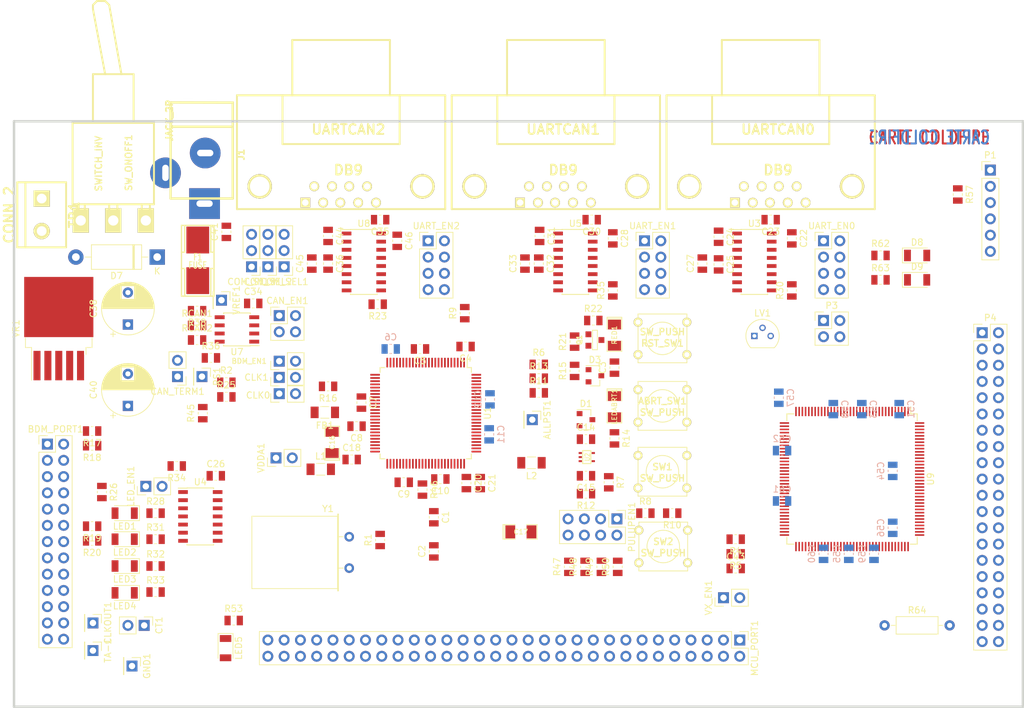
<source format=kicad_pcb>
(kicad_pcb (version 20171130) (host pcbnew 5.1.5-52549c5~84~ubuntu18.04.1)
  (title_block (title "Demo Kicad") (date 2015-10-09) (rev 2))
  (layers (0 Top_layer signal) (1 GND_layer power) (2 VDD_layer power) (31 Bottom_layer signal) (34 B.Paste user) (35 F.Paste user) (36 B.SilkS user) (37 F.SilkS user) (38 B.Mask user) (39 F.Mask user) (44 Edge.Cuts user))
  (net 0 "")
  (net 1 /ALLPST)
  (net 2 /AN2)
  (net 3 /AN3)
  (net 4 /AN4)
  (net 5 /AN6)
  (net 6 /BKPT-)
  (net 7 /CLKIN/EXTAL)
  (net 8 /CLKMOD0)
  (net 9 /CLKMOD1)
  (net 10 /DDAT0)
  (net 11 /DDAT1)
  (net 12 /DDAT2)
  (net 13 /DDAT3)
  (net 14 /DSCLK)
  (net 15 /DSI)
  (net 16 /DSO)
  (net 17 /DTIN1)
  (net 18 /GPT1)
  (net 19 /GPT3)
  (net 20 /IRQ-5)
  (net 21 /IRQ-6)
  (net 22 /IRQ-7)
  (net 23 /JTAG_EN)
  (net 24 /PST0)
  (net 25 /PST1)
  (net 26 /PST2)
  (net 27 /PST3)
  (net 28 /QSPI_CS3)
  (net 29 /TCLK)
  (net 30 /VDDPLL)
  (net 31 /inout_user/CAN_H)
  (net 32 /inout_user/CAN_L)
  (net 33 /inout_user/CTS0)
  (net 34 /inout_user/CTS1)
  (net 35 /inout_user/CTS2/CANH)
  (net 36 /inout_user/RTS0)
  (net 37 /inout_user/RTS1)
  (net 38 /inout_user/RTS2)
  (net 39 /inout_user/RXD0)
  (net 40 /inout_user/RXD1)
  (net 41 /inout_user/RXD2)
  (net 42 /inout_user/RxD_CAN)
  (net 43 /inout_user/TXD0)
  (net 44 /inout_user/TXD1)
  (net 45 /inout_user/TXD2/CANL)
  (net 46 /inout_user/TxD_CAN)
  (net 47 /xilinx/+3,3V_OUT)
  (net 48 /xilinx/LED_TEST1)
  (net 49 /xilinx/LED_TEST2)
  (net 50 /xilinx/TCK)
  (net 51 /xilinx/TDI)
  (net 52 /xilinx/TDO)
  (net 53 /xilinx/TMS)
  (net 54 /xilinx/XIL_D0)
  (net 55 /xilinx/XIL_D1)
  (net 56 /xilinx/XIL_D10)
  (net 57 /xilinx/XIL_D11)
  (net 58 /xilinx/XIL_D12)
  (net 59 /xilinx/XIL_D13)
  (net 60 /xilinx/XIL_D14)
  (net 61 /xilinx/XIL_D15)
  (net 62 /xilinx/XIL_D16)
  (net 63 /xilinx/XIL_D17)
  (net 64 /xilinx/XIL_D18)
  (net 65 /xilinx/XIL_D19)
  (net 66 /xilinx/XIL_D2)
  (net 67 /xilinx/XIL_D20)
  (net 68 /xilinx/XIL_D21)
  (net 69 /xilinx/XIL_D22)
  (net 70 /xilinx/XIL_D23)
  (net 71 /xilinx/XIL_D24)
  (net 72 /xilinx/XIL_D25)
  (net 73 /xilinx/XIL_D26)
  (net 74 /xilinx/XIL_D27)
  (net 75 /xilinx/XIL_D28)
  (net 76 /xilinx/XIL_D29)
  (net 77 /xilinx/XIL_D3)
  (net 78 /xilinx/XIL_D30)
  (net 79 /xilinx/XIL_D31)
  (net 80 /xilinx/XIL_D32)
  (net 81 /xilinx/XIL_D33)
  (net 82 /xilinx/XIL_D34)
  (net 83 /xilinx/XIL_D35)
  (net 84 /xilinx/XIL_D36)
  (net 85 /xilinx/XIL_D4)
  (net 86 /xilinx/XIL_D5)
  (net 87 /xilinx/XIL_D6)
  (net 88 /xilinx/XIL_D7)
  (net 89 /xilinx/XIL_D8)
  (net 90 /xilinx/XIL_D9)
  (net 91 GND)
  (net 92 "Net-(ABRT_SW1-Pad1)")
  (net 93 "Net-(BDM_PORT1-Pad6)")
  (net 94 "Net-(BDM_PORT1-Pad26)")
  (net 95 "Net-(C3-Pad1)")
  (net 96 "Net-(C15-Pad1)")
  (net 97 GNDA)
  (net 98 "Net-(C23-Pad2)")
  (net 99 "Net-(C24-Pad1)")
  (net 100 "Net-(C24-Pad2)")
  (net 101 "Net-(C25-Pad1)")
  (net 102 "Net-(C25-Pad2)")
  (net 103 "Net-(C27-Pad1)")
  (net 104 "Net-(C30-Pad2)")
  (net 105 "Net-(C31-Pad1)")
  (net 106 "Net-(C31-Pad2)")
  (net 107 "Net-(C32-Pad1)")
  (net 108 "Net-(C32-Pad2)")
  (net 109 "Net-(C33-Pad1)")
  (net 110 "Net-(C35-Pad2)")
  (net 111 "Net-(C36-Pad1)")
  (net 112 "Net-(C36-Pad2)")
  (net 113 "Net-(C38-Pad1)")
  (net 114 "Net-(C43-Pad2)")
  (net 115 "Net-(C44-Pad1)")
  (net 116 "Net-(C44-Pad2)")
  (net 117 "Net-(C45-Pad1)")
  (net 118 "Net-(CAN_TERM1-Pad2)")
  (net 119 "Net-(COM_SEL1-Pad3)")
  (net 120 "Net-(COM_SEL2-Pad3)")
  (net 121 "Net-(COM_SEL3-Pad3)")
  (net 122 "Net-(D8-Pad1)")
  (net 123 "Net-(D9-Pad1)")
  (net 124 "Net-(F1-Pad1)")
  (net 125 "Net-(J1-Pad3)")
  (net 126 "Net-(L1-Pad1)")
  (net 127 "Net-(LED1-Pad1)")
  (net 128 "Net-(LED2-Pad1)")
  (net 129 "Net-(LED3-Pad1)")
  (net 130 "Net-(LED4-Pad1)")
  (net 131 "Net-(LED5-Pad1)")
  (net 132 "Net-(LEDABRT1-Pad2)")
  (net 133 "Net-(LED_EN1-Pad2)")
  (net 134 /AN0)
  (net 135 /AN1)
  (net 136 /QSPI_CS0)
  (net 137 /AN5)
  (net 138 /AN7)
  (net 139 /IRQ-4)
  (net 140 /DTIN0)
  (net 141 /DTIN2)
  (net 142 /DTIN3)
  (net 143 /GPT0)
  (net 144 /GPT2)
  (net 145 "Net-(P3-Pad2)")
  (net 146 "Net-(P3-Pad4)")
  (net 147 "Net-(PULUPEN1-Pad2)")
  (net 148 "Net-(PULUPEN1-Pad4)")
  (net 149 "Net-(PULUPEN1-Pad6)")
  (net 150 "Net-(PULUPEN1-Pad8)")
  (net 151 "Net-(Q1-Pad2)")
  (net 152 "Net-(Q1-Pad3)")
  (net 153 "Net-(R9-Pad1)")
  (net 154 "Net-(R22-Pad2)")
  (net 155 "Net-(R23-Pad2)")
  (net 156 "Net-(R28-Pad2)")
  (net 157 "Net-(R30-Pad2)")
  (net 158 "Net-(R31-Pad2)")
  (net 159 "Net-(R32-Pad2)")
  (net 160 "Net-(R33-Pad2)")
  (net 161 "Net-(R35-Pad2)")
  (net 162 "Net-(R36-Pad1)")
  (net 163 "Net-(R46-Pad1)")
  (net 164 "Net-(U3-Pad9)")
  (net 165 "Net-(U3-Pad11)")
  (net 166 "Net-(U3-Pad12)")
  (net 167 "Net-(U5-Pad9)")
  (net 168 "Net-(U5-Pad11)")
  (net 169 "Net-(U5-Pad12)")
  (net 170 "Net-(U7-Pad5)")
  (net 171 "Net-(U8-Pad9)")
  (net 172 "Net-(U8-Pad10)")
  (net 173 "Net-(U8-Pad12)")
  (net 174 "Net-(UARTCAN0-Pad1)")
  (net 175 "Net-(UARTCAN1-Pad1)")
  (net 176 "Net-(UARTCAN2-Pad1)")
  (net 177 +3.3V)
  (net 178 "Net-(D1-Pad1)")
  (net 179 /VCCA)
  (net 180 /IRQ-1)
  (net 181 /IRQ-2)
  (net 182 /IRQ-3)
  (net 183 /XTAL)
  (net 184 /RCON-)
  (net 185 /RSTO-)
  (net 186 /RSTI-)
  (net 187 /QSPI_CS1)
  (net 188 /URTS1)
  (net 189 /UCTS1)
  (net 190 /QSPI_CLK)
  (net 191 /DSPI_DOUT)
  (net 192 /QSPI_DIN)
  (net 193 /QSPI_CS2)
  (net 194 /URXD1)
  (net 195 /UTXD1)
  (net 196 /PWM7)
  (net 197 /PWM5)
  (net 198 /PWM1)
  (net 199 /PWM3)
  (net 200 /URTS2)
  (net 201 /UTXD2)
  (net 202 /URXD2)
  (net 203 /UCTS2)
  (net 204 /CANRX)
  (net 205 /CANTX)
  (net 206 /URTS0)
  (net 207 /UTXD0)
  (net 208 /URXD0)
  (net 209 /UCTS0)
  (net 210 "Net-(SW_ONOFF1-Pad1)")
  (net 211 "Net-(UARTCAN2-Pad9)")
  (net 212 "Net-(UARTCAN0-Pad9)")
  (net 213 "Net-(UARTCAN1-Pad9)")
  (net 214 "Net-(VR1-Pad4)")
  (net 215 "Net-(U9-Pad141)")
  (net 216 "Net-(U9-Pad133)")
  (net 217 "Net-(U9-Pad121)")
  (net 218 "Net-(U9-Pad120)")
  (net 219 "Net-(U9-Pad110)")
  (net 220 "Net-(U9-Pad106)")
  (net 221 "Net-(U9-Pad103)")
  (net 222 "Net-(U9-Pad102)")
  (net 223 "Net-(U9-Pad94)")
  (net 224 "Net-(U9-Pad93)")
  (net 225 "Net-(U9-Pad92)")
  (net 226 "Net-(U9-Pad91)")
  (net 227 "Net-(U9-Pad90)")
  (net 228 "Net-(U9-Pad88)")
  (net 229 "Net-(U9-Pad87)")
  (net 230 "Net-(U9-Pad86)")
  (net 231 "Net-(U9-Pad84)")
  (net 232 "Net-(U9-Pad83)")
  (net 233 "Net-(U9-Pad82)")
  (net 234 "Net-(U9-Pad81)")
  (net 235 "Net-(U9-Pad80)")
  (net 236 "Net-(U9-Pad79)")
  (net 237 "Net-(U9-Pad78)")
  (net 238 "Net-(U9-Pad77)")
  (net 239 "Net-(U9-Pad75)")
  (net 240 "Net-(U9-Pad74)")
  (net 241 "Net-(U9-Pad72)")
  (net 242 "Net-(U9-Pad71)")
  (net 243 "Net-(U9-Pad70)")
  (net 244 "Net-(U9-Pad69)")
  (net 245 "Net-(U9-Pad68)")
  (net 246 "Net-(U9-Pad67)")
  (net 247 "Net-(U9-Pad66)")
  (net 248 "Net-(U9-Pad65)")
  (net 249 "Net-(U9-Pad63)")
  (net 250 "Net-(U9-Pad62)")
  (net 251 "Net-(U9-Pad61)")
  (net 252 "Net-(U9-Pad60)")
  (net 253 "Net-(U9-Pad56)")
  (net 254 "Net-(U9-Pad55)")
  (net 255 "Net-(U9-Pad41)")
  (net 256 "Net-(U9-Pad40)")
  (net 257 "Net-(U9-Pad39)")
  (net 258 "Net-(U9-Pad38)")
  (net 259 "Net-(U9-Pad37)")
  (net 260 "Net-(U9-Pad36)")
  (net 261 "Net-(U9-Pad35)")
  (net 262 "Net-(U9-Pad34)")
  (net 263 "Net-(U9-Pad30)")
  (net 264 "Net-(U9-Pad29)")
  (net 265 "Net-(U9-Pad26)")
  (net 266 "Net-(U9-Pad25)")
  (net 267 "Net-(U9-Pad23)")
  (net 268 "Net-(U9-Pad22)")
  (net 269 "Net-(U9-Pad21)")
  (net 270 "Net-(U9-Pad19)")
  (net 271 "Net-(U9-Pad18)")
  (net 272 "Net-(U9-Pad16)")
  (net 273 "Net-(U9-Pad15)")
  (net 274 "Net-(U9-Pad14)")
  (net 275 "Net-(U9-Pad9)")
  (net 276 "Net-(BDM_PORT1-Pad22)")
  (net 277 "Net-(BDM_PORT1-Pad21)")
  (net 278 "Net-(BDM_PORT1-Pad1)")
  (module Diode_SMD:D_SOT-23_ANK (layer Top_layer) (at 160.401 102.489)
    (fp_text reference D1 (at 0 -2.5) (layer F.SilkS))
    (fp_text value BAT54)
    (pad 1 smd rect (at 1 0) (size 0.9 0.8) (layers Top_layer F.Paste F.Mask) (net 178 "Net-(D1-Pad1)"))
    (pad "" smd rect (at -1 0.95) (size 0.9 0.8) (layers Top_layer F.Paste F.Mask))
    (pad 2 smd rect (at -1 -0.95) (size 0.9 0.8) (layers Top_layer F.Paste F.Mask) (net 22 /IRQ-7))
  )
  (module Diode_SMD:D_SOT-23_ANK (layer Top_layer) (at 161.798 95.631)
    (fp_text reference D3 (at 0 -2.5) (layer F.SilkS))
    (fp_text value BAT54)
    (pad 1 smd rect (at 1 0) (size 0.9 0.8) (layers Top_layer F.Paste F.Mask) (net 95 "Net-(C3-Pad1)"))
    (pad "" smd rect (at -1 0.95) (size 0.9 0.8) (layers Top_layer F.Paste F.Mask))
    (pad 2 smd rect (at -1 -0.95) (size 0.9 0.8) (layers Top_layer F.Paste F.Mask) (net 186 /RSTI-))
  )
  (module Diode_THT:D_DO-15_P12.70mm_Horizontal (layer Top_layer) (at 93.472 77.089 180)
    (fp_text reference D7 (at 6.35 -2.92 180) (layer F.SilkS))
    (fp_text value 1N4004)
    (fp_text user K (at 0 -2.2 180) (layer F.SilkS))
    (pad 2 thru_hole oval (at 12.7 0 180) (size 2.4 2.4) (drill 1.2) (layers *.Cu *.Mask) (net 91 GND))
    (pad 1 thru_hole rect (at 0 0 180) (size 2.4 2.4) (drill 1.2) (layers *.Cu *.Mask) (net 113 "Net-(C38-Pad1)"))
  )
  (module Resistor_THT:R_Axial_DIN0207_L6.3mm_D2.5mm_P10.16mm_Horizontal (layer Top_layer) (at 207.01 134.62)
    (fp_text reference R64 (at 5.08 -2.37) (layer F.SilkS))
    (fp_text value 3,3)
    (pad 2 thru_hole oval (at 10.16 0) (size 1.6 1.6) (drill 0.8) (layers *.Cu *.Mask) (net 47 /xilinx/+3,3V_OUT))
    (pad 1 thru_hole circle (at 0 0) (size 1.6 1.6) (drill 0.8) (layers *.Cu *.Mask) (net 177 +3.3V))
  )
  (module Package_SO:SOIC-8_3.9x4.9mm_P1.27mm (layer Top_layer) (at 105.918 88.392 180)
    (fp_text reference U7 (at 0 -3.5 180) (layer F.SilkS))
    (fp_text value PCA82C251)
    (pad 8 smd rect (at 2.7 -1.905 180) (size 1.55 0.6) (layers Top_layer F.Paste F.Mask) (net 162 "Net-(R36-Pad1)"))
    (pad 7 smd rect (at 2.7 -0.635 180) (size 1.55 0.6) (layers Top_layer F.Paste F.Mask) (net 31 /inout_user/CAN_H))
    (pad 6 smd rect (at 2.7 0.635 180) (size 1.55 0.6) (layers Top_layer F.Paste F.Mask) (net 32 /inout_user/CAN_L))
    (pad 5 smd rect (at 2.7 1.905 180) (size 1.55 0.6) (layers Top_layer F.Paste F.Mask) (net 170 "Net-(U7-Pad5)"))
    (pad 4 smd rect (at -2.7 1.905 180) (size 1.55 0.6) (layers Top_layer F.Paste F.Mask) (net 42 /inout_user/RxD_CAN))
    (pad 3 smd rect (at -2.7 0.635 180) (size 1.55 0.6) (layers Top_layer F.Paste F.Mask) (net 177 +3.3V))
    (pad 2 smd rect (at -2.7 -0.635 180) (size 1.55 0.6) (layers Top_layer F.Paste F.Mask) (net 91 GND))
    (pad 1 smd rect (at -2.7 -1.905 180) (size 1.55 0.6) (layers Top_layer F.Paste F.Mask) (net 46 /inout_user/TxD_CAN))
  )
  (module Package_TO_SOT_SMD:TO-263-5_TabPin3 (layer Top_layer) (at 78.105 88.265 90)
    (fp_text reference VR1 (at 0 -6.65 90) (layer F.SilkS))
    (fp_text value LT1129_QPACK)
    (pad 1 smd rect (at -5.775 -3.4 90) (size 4.6 1.1) (layers Top_layer F.Paste F.Mask) (net 177 +3.3V))
    (pad 2 smd rect (at -5.775 -1.7 90) (size 4.6 1.1) (layers Top_layer F.Paste F.Mask) (net 177 +3.3V))
    (pad 3 smd rect (at -5.775 0 90) (size 4.6 1.1) (layers Top_layer F.Paste F.Mask) (net 91 GND))
    (pad 4 smd rect (at -5.775 1.7 90) (size 4.6 1.1) (layers Top_layer F.Paste F.Mask) (net 214 "Net-(VR1-Pad4)"))
    (pad 5 smd rect (at -5.775 3.4 90) (size 4.6 1.1) (layers Top_layer F.Paste F.Mask) (net 113 "Net-(C38-Pad1)"))
    (pad 3 smd rect (at 3.375 0 90) (size 9.4 10.8) (layers Top_layer F.Mask) (net 91 GND))
  )
  (module Capacitor_THT:CP_Radial_D8.0mm_P5.00mm (layer Top_layer) (at 88.9 100.33 90)
    (fp_text reference C40 (at 2.5 -5.37 90) (layer F.SilkS))
    (fp_text value 220uF)
    (pad 2 thru_hole circle (at 5 0 90) (size 1.6 1.6) (drill 0.8) (layers *.Cu *.Mask) (net 91 GND))
    (pad 1 thru_hole rect (at 0 0 90) (size 1.6 1.6) (drill 0.8) (layers *.Cu *.Mask) (net 177 +3.3V))
  )
  (module Capacitor_THT:CP_Radial_D8.0mm_P5.00mm (layer Top_layer) (at 88.9 87.63 90)
    (fp_text reference C38 (at 2.5 -5.37 90) (layer F.SilkS))
    (fp_text value 10uF)
    (pad 2 thru_hole circle (at 5 0 90) (size 1.6 1.6) (drill 0.8) (layers *.Cu *.Mask) (net 91 GND))
    (pad 1 thru_hole rect (at 0 0 90) (size 1.6 1.6) (drill 0.8) (layers *.Cu *.Mask) (net 113 "Net-(C38-Pad1)"))
  )
  (module Package_SO:SOIC-14_3.9x8.7mm_P1.27mm (layer Top_layer) (at 100.203 117.602)
    (fp_text reference U4 (at 0 -5.375) (layer F.SilkS))
    (fp_text value 74HC125)
    (pad 14 smd rect (at 2.7 -3.81) (size 1.5 0.6) (layers Top_layer F.Paste F.Mask) (net 177 +3.3V))
    (pad 13 smd rect (at 2.7 -2.54) (size 1.5 0.6) (layers Top_layer F.Paste F.Mask) (net 133 "Net-(LED_EN1-Pad2)"))
    (pad 12 smd rect (at 2.7 -1.27) (size 1.5 0.6) (layers Top_layer F.Paste F.Mask) (net 141 /DTIN2))
    (pad 11 smd rect (at 2.7 0) (size 1.5 0.6) (layers Top_layer F.Paste F.Mask) (net 159 "Net-(R32-Pad2)"))
    (pad 10 smd rect (at 2.7 1.27) (size 1.5 0.6) (layers Top_layer F.Paste F.Mask) (net 133 "Net-(LED_EN1-Pad2)"))
    (pad 9 smd rect (at 2.7 2.54) (size 1.5 0.6) (layers Top_layer F.Paste F.Mask) (net 142 /DTIN3))
    (pad 8 smd rect (at 2.7 3.81) (size 1.5 0.6) (layers Top_layer F.Paste F.Mask) (net 160 "Net-(R33-Pad2)"))
    (pad 7 smd rect (at -2.7 3.81) (size 1.5 0.6) (layers Top_layer F.Paste F.Mask) (net 91 GND))
    (pad 6 smd rect (at -2.7 2.54) (size 1.5 0.6) (layers Top_layer F.Paste F.Mask) (net 158 "Net-(R31-Pad2)"))
    (pad 5 smd rect (at -2.7 1.27) (size 1.5 0.6) (layers Top_layer F.Paste F.Mask) (net 17 /DTIN1))
    (pad 4 smd rect (at -2.7 0) (size 1.5 0.6) (layers Top_layer F.Paste F.Mask) (net 133 "Net-(LED_EN1-Pad2)"))
    (pad 3 smd rect (at -2.7 -1.27) (size 1.5 0.6) (layers Top_layer F.Paste F.Mask) (net 156 "Net-(R28-Pad2)"))
    (pad 2 smd rect (at -2.7 -2.54) (size 1.5 0.6) (layers Top_layer F.Paste F.Mask) (net 140 /DTIN0))
    (pad 1 smd rect (at -2.7 -3.81) (size 1.5 0.6) (layers Top_layer F.Paste F.Mask) (net 133 "Net-(LED_EN1-Pad2)"))
  )
  (module LED_SMD:LED_1206_3216Metric (layer Top_layer) (at 88.392 121.158 180)
    (fp_text reference LED2 (at 0 -2.05 180) (layer F.SilkS))
    (fp_text value LED)
    (pad 2 smd rect (at 1.505 0 180) (size 1.07 1.8) (layers Top_layer F.Paste F.Mask) (net 91 GND))
    (pad 1 smd rect (at -1.505 0 180) (size 1.07 1.8) (layers Top_layer F.Paste F.Mask) (net 128 "Net-(LED2-Pad1)"))
  )
  (module LED_SMD:LED_1206_3216Metric (layer Top_layer) (at 88.392 117.094 180)
    (fp_text reference LED1 (at 0 -2.05 180) (layer F.SilkS))
    (fp_text value LED)
    (pad 2 smd rect (at 1.505 0 180) (size 1.07 1.8) (layers Top_layer F.Paste F.Mask) (net 91 GND))
    (pad 1 smd rect (at -1.505 0 180) (size 1.07 1.8) (layers Top_layer F.Paste F.Mask) (net 127 "Net-(LED1-Pad1)"))
  )
  (module LED_SMD:LED_1206_3216Metric (layer Top_layer) (at 212.09 80.645)
    (fp_text reference D9 (at 0 -2.05) (layer F.SilkS))
    (fp_text value LED)
    (pad 2 smd rect (at 1.505 0) (size 1.07 1.8) (layers Top_layer F.Paste F.Mask) (net 91 GND))
    (pad 1 smd rect (at -1.505 0) (size 1.07 1.8) (layers Top_layer F.Paste F.Mask) (net 123 "Net-(D9-Pad1)"))
  )
  (module LED_SMD:LED_1206_3216Metric (layer Top_layer) (at 212.09 76.835)
    (fp_text reference D8 (at 0 -2.05) (layer F.SilkS))
    (fp_text value LED)
    (pad 2 smd rect (at 1.505 0) (size 1.07 1.8) (layers Top_layer F.Paste F.Mask) (net 91 GND))
    (pad 1 smd rect (at -1.505 0) (size 1.07 1.8) (layers Top_layer F.Paste F.Mask) (net 122 "Net-(D8-Pad1)"))
  )
  (module LED_SMD:LED_1206_3216Metric (layer Top_layer) (at 104.14 138.176 270)
    (fp_text reference LED5 (at 0 -2.05 270) (layer F.SilkS))
    (fp_text value LED)
    (pad 2 smd rect (at 1.505 0 270) (size 1.07 1.8) (layers Top_layer F.Paste F.Mask) (net 91 GND))
    (pad 1 smd rect (at -1.505 0 270) (size 1.07 1.8) (layers Top_layer F.Paste F.Mask) (net 131 "Net-(LED5-Pad1)"))
  )
  (module LED_SMD:LED_1206_3216Metric (layer Top_layer) (at 88.392 125.349 180)
    (fp_text reference LED3 (at 0 -2.05 180) (layer F.SilkS))
    (fp_text value LED)
    (pad 2 smd rect (at 1.505 0 180) (size 1.07 1.8) (layers Top_layer F.Paste F.Mask) (net 91 GND))
    (pad 1 smd rect (at -1.505 0 180) (size 1.07 1.8) (layers Top_layer F.Paste F.Mask) (net 129 "Net-(LED3-Pad1)"))
  )
  (module LED_SMD:LED_1206_3216Metric (layer Top_layer) (at 88.392 129.54 180)
    (fp_text reference LED4 (at 0 -2.05 180) (layer F.SilkS))
    (fp_text value LED)
    (pad 2 smd rect (at 1.505 0 180) (size 1.07 1.8) (layers Top_layer F.Paste F.Mask) (net 91 GND))
    (pad 1 smd rect (at -1.505 0 180) (size 1.07 1.8) (layers Top_layer F.Paste F.Mask) (net 130 "Net-(LED4-Pad1)"))
  )
  (module lib_smd:SM1206POL (layer Top_layer) (at 164.846 89.281 270)
    (fp_text reference RED1 (at 0 0 270) (layer F.SilkS) (effects (font (size 0.762 0.762) (thickness 0.127))))
    (fp_text value LED_RESET1 hide)
    (pad 1 smd rect (at -1.651 0 270) (size 1.524 2.032) (layers Top_layer F.Paste F.Mask) (net 154 "Net-(R22-Pad2)"))
    (pad 2 smd rect (at 1.651 0 270) (size 1.524 2.032) (layers Top_layer F.Paste F.Mask) (net 91 GND))
  )
  (module lib_smd:SM1206POL (layer Top_layer) (at 164.846 100.457 270)
    (fp_text reference LEDABRT1 (at 0 0 270) (layer F.SilkS) (effects (font (size 0.762 0.762) (thickness 0.127))))
    (fp_text value RED hide)
    (pad 1 smd rect (at -1.651 0 270) (size 1.524 2.032) (layers Top_layer F.Paste F.Mask) (net 177 +3.3V))
    (pad 2 smd rect (at 1.651 0 270) (size 1.524 2.032) (layers Top_layer F.Paste F.Mask) (net 132 "Net-(LEDABRT1-Pad2)"))
  )
  (module lib_smd:SM1206POL (layer Top_layer) (at 150.241 120.015)
    (fp_text reference C17 (at 0 0) (layer F.SilkS) (effects (font (size 0.762 0.762) (thickness 0.127))))
    (fp_text value 100uF hide)
    (pad 1 smd rect (at -1.651 0) (size 1.524 2.032) (layers Top_layer F.Paste F.Mask) (net 177 +3.3V))
    (pad 2 smd rect (at 1.651 0) (size 1.524 2.032) (layers Top_layer F.Paste F.Mask) (net 91 GND))
  )
  (module lib_smd:SM1206POL (layer Top_layer) (at 120.777 106.045 90)
    (fp_text reference C16 (at 0 0 90) (layer F.SilkS) (effects (font (size 0.762 0.762) (thickness 0.127))))
    (fp_text value 10uF hide)
    (pad 1 smd rect (at -1.651 0 90) (size 1.524 2.032) (layers Top_layer F.Paste F.Mask) (net 179 /VCCA))
    (pad 2 smd rect (at 1.651 0 90) (size 1.524 2.032) (layers Top_layer F.Paste F.Mask) (net 97 GNDA))
  )
  (module Connector_PinHeader_2.54mm:PinHeader_1x01_P2.54mm_Vertical (layer Top_layer) (at 152.019 102.489 270)
    (fp_text reference ALLPST1 (at 0 -2.33 270) (layer F.SilkS))
    (fp_text value CONN_1)
    (pad 1 thru_hole rect (at 0 0 270) (size 1.7 1.7) (drill 1) (layers *.Cu *.Mask) (net 1 /ALLPST))
  )
  (module Connector_PinHeader_2.54mm:PinHeader_1x01_P2.54mm_Vertical (layer Top_layer) (at 83.439 134.239 270)
    (fp_text reference CLKOUT1 (at 0 -2.33 270) (layer F.SilkS))
    (fp_text value CONN_1)
    (pad 1 thru_hole rect (at 0 0 270) (size 1.7 1.7) (drill 1) (layers *.Cu *.Mask) (net 29 /TCLK))
  )
  (module Connector_PinHeader_2.54mm:PinHeader_1x01_P2.54mm_Vertical (layer Top_layer) (at 89.535 140.97 270)
    (fp_text reference GND1 (at 0 -2.33 270) (layer F.SilkS))
    (fp_text value CONN_1)
    (pad 1 thru_hole rect (at 0 0 270) (size 1.7 1.7) (drill 1) (layers *.Cu *.Mask) (net 91 GND))
  )
  (module Connector_PinHeader_2.54mm:PinHeader_1x01_P2.54mm_Vertical (layer Top_layer) (at 100.457 95.758 270)
    (fp_text reference RS1 (at 0 -2.33 270) (layer F.SilkS))
    (fp_text value CONN_1)
    (pad 1 thru_hole rect (at 0 0 270) (size 1.7 1.7) (drill 1) (layers *.Cu *.Mask) (net 162 "Net-(R36-Pad1)"))
  )
  (module Connector_PinHeader_2.54mm:PinHeader_1x01_P2.54mm_Vertical (layer Top_layer) (at 83.439 138.557 270)
    (fp_text reference TA-1 (at 0 -2.33 270) (layer F.SilkS))
    (fp_text value CONN_1)
    (pad 1 thru_hole rect (at 0 0 270) (size 1.7 1.7) (drill 1) (layers *.Cu *.Mask) (net 94 "Net-(BDM_PORT1-Pad26)"))
  )
  (module Connector_PinHeader_2.54mm:PinHeader_1x01_P2.54mm_Vertical (layer Top_layer) (at 103.505 83.82 270)
    (fp_text reference VREF1 (at 0 -2.33 270) (layer F.SilkS))
    (fp_text value CONN_1)
    (pad 1 thru_hole rect (at 0 0 270) (size 1.7 1.7) (drill 1) (layers *.Cu *.Mask) (net 170 "Net-(U7-Pad5)"))
  )
  (module Package_QFP:LQFP-100_14x14mm_P0.5mm (layer Top_layer) (at 135.382 101.473 270)
    (fp_text reference U1 (at 0 -9.65 270) (layer F.SilkS))
    (fp_text value MCF5213-LQFP100)
    (pad 100 smd rect (at -6 -7.9) (size 1.5 0.28) (layers Top_layer F.Paste F.Mask) (net 194 /URXD1))
    (pad 99 smd rect (at -5.5 -7.9) (size 1.5 0.28) (layers Top_layer F.Paste F.Mask) (net 195 /UTXD1))
    (pad 98 smd rect (at -5 -7.9) (size 1.5 0.28) (layers Top_layer F.Paste F.Mask) (net 189 /UCTS1))
    (pad 97 smd rect (at -4.5 -7.9) (size 1.5 0.28) (layers Top_layer F.Paste F.Mask) (net 185 /RSTO-))
    (pad 96 smd rect (at -4 -7.9) (size 1.5 0.28) (layers Top_layer F.Paste F.Mask) (net 186 /RSTI-))
    (pad 95 smd rect (at -3.5 -7.9) (size 1.5 0.28) (layers Top_layer F.Paste F.Mask) (net 22 /IRQ-7))
    (pad 94 smd rect (at -3 -7.9) (size 1.5 0.28) (layers Top_layer F.Paste F.Mask) (net 21 /IRQ-6))
    (pad 93 smd rect (at -2.5 -7.9) (size 1.5 0.28) (layers Top_layer F.Paste F.Mask) (net 177 +3.3V))
    (pad 92 smd rect (at -2 -7.9) (size 1.5 0.28) (layers Top_layer F.Paste F.Mask) (net 91 GND))
    (pad 91 smd rect (at -1.5 -7.9) (size 1.5 0.28) (layers Top_layer F.Paste F.Mask) (net 20 /IRQ-5))
    (pad 90 smd rect (at -1 -7.9) (size 1.5 0.28) (layers Top_layer F.Paste F.Mask) (net 139 /IRQ-4))
    (pad 89 smd rect (at -0.5 -7.9) (size 1.5 0.28) (layers Top_layer F.Paste F.Mask) (net 182 /IRQ-3))
    (pad 88 smd rect (at 0 -7.9) (size 1.5 0.28) (layers Top_layer F.Paste F.Mask) (net 181 /IRQ-2))
    (pad 87 smd rect (at 0.5 -7.9) (size 1.5 0.28) (layers Top_layer F.Paste F.Mask) (net 180 /IRQ-1))
    (pad 86 smd rect (at 1 -7.9) (size 1.5 0.28) (layers Top_layer F.Paste F.Mask) (net 1 /ALLPST))
    (pad 85 smd rect (at 1.5 -7.9) (size 1.5 0.28) (layers Top_layer F.Paste F.Mask) (net 14 /DSCLK))
    (pad 84 smd rect (at 2 -7.9) (size 1.5 0.28) (layers Top_layer F.Paste F.Mask) (net 13 /DDAT3))
    (pad 83 smd rect (at 2.5 -7.9) (size 1.5 0.28) (layers Top_layer F.Paste F.Mask) (net 12 /DDAT2))
    (pad 82 smd rect (at 3 -7.9) (size 1.5 0.28) (layers Top_layer F.Paste F.Mask) (net 91 GND))
    (pad 81 smd rect (at 3.5 -7.9) (size 1.5 0.28) (layers Top_layer F.Paste F.Mask) (net 177 +3.3V))
    (pad 80 smd rect (at 4 -7.9) (size 1.5 0.28) (layers Top_layer F.Paste F.Mask) (net 16 /DSO))
    (pad 79 smd rect (at 4.5 -7.9) (size 1.5 0.28) (layers Top_layer F.Paste F.Mask) (net 15 /DSI))
    (pad 78 smd rect (at 5 -7.9) (size 1.5 0.28) (layers Top_layer F.Paste F.Mask) (net 11 /DDAT1))
    (pad 77 smd rect (at 5.5 -7.9) (size 1.5 0.28) (layers Top_layer F.Paste F.Mask) (net 10 /DDAT0))
    (pad 76 smd rect (at 6 -7.9) (size 1.5 0.28) (layers Top_layer F.Paste F.Mask) (net 6 /BKPT-))
    (pad 75 smd rect (at 7.9 -6 270) (size 1.5 0.28) (layers Top_layer F.Paste F.Mask) (net 91 GND))
    (pad 74 smd rect (at 7.9 -5.5 270) (size 1.5 0.28) (layers Top_layer F.Paste F.Mask) (net 30 /VDDPLL))
    (pad 73 smd rect (at 7.9 -5 270) (size 1.5 0.28) (layers Top_layer F.Paste F.Mask) (net 7 /CLKIN/EXTAL))
    (pad 72 smd rect (at 7.9 -4.5 270) (size 1.5 0.28) (layers Top_layer F.Paste F.Mask) (net 183 /XTAL))
    (pad 71 smd rect (at 7.9 -4 270) (size 1.5 0.28) (layers Top_layer F.Paste F.Mask) (net 91 GND))
    (pad 70 smd rect (at 7.9 -3.5 270) (size 1.5 0.28) (layers Top_layer F.Paste F.Mask) (net 27 /PST3))
    (pad 69 smd rect (at 7.9 -3 270) (size 1.5 0.28) (layers Top_layer F.Paste F.Mask) (net 26 /PST2))
    (pad 68 smd rect (at 7.9 -2.5 270) (size 1.5 0.28) (layers Top_layer F.Paste F.Mask) (net 177 +3.3V))
    (pad 67 smd rect (at 7.9 -2 270) (size 1.5 0.28) (layers Top_layer F.Paste F.Mask) (net 91 GND))
    (pad 66 smd rect (at 7.9 -1.5 270) (size 1.5 0.28) (layers Top_layer F.Paste F.Mask) (net 25 /PST1))
    (pad 65 smd rect (at 7.9 -1 270) (size 1.5 0.28) (layers Top_layer F.Paste F.Mask) (net 24 /PST0))
    (pad 64 smd rect (at 7.9 -0.5 270) (size 1.5 0.28) (layers Top_layer F.Paste F.Mask) (net 163 "Net-(R46-Pad1)"))
    (pad 63 smd rect (at 7.9 0 270) (size 1.5 0.28) (layers Top_layer F.Paste F.Mask) (net 196 /PWM7))
    (pad 62 smd rect (at 7.9 0.5 270) (size 1.5 0.28) (layers Top_layer F.Paste F.Mask) (net 19 /GPT3))
    (pad 61 smd rect (at 7.9 1 270) (size 1.5 0.28) (layers Top_layer F.Paste F.Mask) (net 144 /GPT2))
    (pad 60 smd rect (at 7.9 1.5 270) (size 1.5 0.28) (layers Top_layer F.Paste F.Mask) (net 197 /PWM5))
    (pad 59 smd rect (at 7.9 2 270) (size 1.5 0.28) (layers Top_layer F.Paste F.Mask) (net 18 /GPT1))
    (pad 58 smd rect (at 7.9 2.5 270) (size 1.5 0.28) (layers Top_layer F.Paste F.Mask) (net 143 /GPT0))
    (pad 57 smd rect (at 7.9 3 270) (size 1.5 0.28) (layers Top_layer F.Paste F.Mask) (net 177 +3.3V))
    (pad 56 smd rect (at 7.9 3.5 270) (size 1.5 0.28) (layers Top_layer F.Paste F.Mask) (net 91 GND))
    (pad 55 smd rect (at 7.9 4 270) (size 1.5 0.28) (layers Top_layer F.Paste F.Mask) (net 177 +3.3V))
    (pad 54 smd rect (at 7.9 4.5 270) (size 1.5 0.28) (layers Top_layer F.Paste F.Mask) (net 4 /AN4))
    (pad 53 smd rect (at 7.9 5 270) (size 1.5 0.28) (layers Top_layer F.Paste F.Mask) (net 137 /AN5))
    (pad 52 smd rect (at 7.9 5.5 270) (size 1.5 0.28) (layers Top_layer F.Paste F.Mask) (net 5 /AN6))
    (pad 51 smd rect (at 7.9 6 270) (size 1.5 0.28) (layers Top_layer F.Paste F.Mask) (net 138 /AN7))
    (pad 50 smd rect (at 6 7.9) (size 1.5 0.28) (layers Top_layer F.Paste F.Mask) (net 179 /VCCA))
    (pad 49 smd rect (at 5.5 7.9) (size 1.5 0.28) (layers Top_layer F.Paste F.Mask) (net 179 /VCCA))
    (pad 48 smd rect (at 5 7.9) (size 1.5 0.28) (layers Top_layer F.Paste F.Mask) (net 97 GNDA))
    (pad 47 smd rect (at 4.5 7.9) (size 1.5 0.28) (layers Top_layer F.Paste F.Mask) (net 97 GNDA))
    (pad 46 smd rect (at 4 7.9) (size 1.5 0.28) (layers Top_layer F.Paste F.Mask) (net 3 /AN3))
    (pad 45 smd rect (at 3.5 7.9) (size 1.5 0.28) (layers Top_layer F.Paste F.Mask) (net 2 /AN2))
    (pad 44 smd rect (at 3 7.9) (size 1.5 0.28) (layers Top_layer F.Paste F.Mask) (net 135 /AN1))
    (pad 43 smd rect (at 2.5 7.9) (size 1.5 0.28) (layers Top_layer F.Paste F.Mask) (net 134 /AN0))
    (pad 42 smd rect (at 2 7.9) (size 1.5 0.28) (layers Top_layer F.Paste F.Mask) (net 91 GND))
    (pad 41 smd rect (at 1.5 7.9) (size 1.5 0.28) (layers Top_layer F.Paste F.Mask) (net 177 +3.3V))
    (pad 40 smd rect (at 1 7.9) (size 1.5 0.28) (layers Top_layer F.Paste F.Mask) (net 8 /CLKMOD0))
    (pad 39 smd rect (at 0.5 7.9) (size 1.5 0.28) (layers Top_layer F.Paste F.Mask) (net 9 /CLKMOD1))
    (pad 38 smd rect (at 0 7.9) (size 1.5 0.28) (layers Top_layer F.Paste F.Mask) (net 198 /PWM1))
    (pad 37 smd rect (at -0.5 7.9) (size 1.5 0.28) (layers Top_layer F.Paste F.Mask) (net 17 /DTIN1))
    (pad 36 smd rect (at -1 7.9) (size 1.5 0.28) (layers Top_layer F.Paste F.Mask) (net 140 /DTIN0))
    (pad 35 smd rect (at -1.5 7.9) (size 1.5 0.28) (layers Top_layer F.Paste F.Mask) (net 91 GND))
    (pad 34 smd rect (at -2 7.9) (size 1.5 0.28) (layers Top_layer F.Paste F.Mask) (net 177 +3.3V))
    (pad 33 smd rect (at -2.5 7.9) (size 1.5 0.28) (layers Top_layer F.Paste F.Mask) (net 199 /PWM3))
    (pad 32 smd rect (at -3 7.9) (size 1.5 0.28) (layers Top_layer F.Paste F.Mask) (net 142 /DTIN3))
    (pad 31 smd rect (at -3.5 7.9) (size 1.5 0.28) (layers Top_layer F.Paste F.Mask) (net 141 /DTIN2))
    (pad 30 smd rect (at -4 7.9) (size 1.5 0.28) (layers Top_layer F.Paste F.Mask) (net 200 /URTS2))
    (pad 29 smd rect (at -4.5 7.9) (size 1.5 0.28) (layers Top_layer F.Paste F.Mask) (net 201 /UTXD2))
    (pad 28 smd rect (at -5 7.9) (size 1.5 0.28) (layers Top_layer F.Paste F.Mask) (net 202 /URXD2))
    (pad 27 smd rect (at -5.5 7.9) (size 1.5 0.28) (layers Top_layer F.Paste F.Mask) (net 203 /UCTS2))
    (pad 26 smd rect (at -6 7.9) (size 1.5 0.28) (layers Top_layer F.Paste F.Mask) (net 23 /JTAG_EN))
    (pad 25 smd rect (at -7.9 6 270) (size 1.5 0.28) (layers Top_layer F.Paste F.Mask) (net 91 GND))
    (pad 24 smd rect (at -7.9 5.5 270) (size 1.5 0.28) (layers Top_layer F.Paste F.Mask) (net 91 GND))
    (pad 23 smd rect (at -7.9 5 270) (size 1.5 0.28) (layers Top_layer F.Paste F.Mask) (net 177 +3.3V))
    (pad 22 smd rect (at -7.9 4.5 270) (size 1.5 0.28) (layers Top_layer F.Paste F.Mask) (net 177 +3.3V))
    (pad 21 smd rect (at -7.9 4 270) (size 1.5 0.28) (layers Top_layer F.Paste F.Mask) (net 184 /RCON-))
    (pad 20 smd rect (at -7.9 3.5 270) (size 1.5 0.28) (layers Top_layer F.Paste F.Mask) (net 136 /QSPI_CS0))
    (pad 19 smd rect (at -7.9 3 270) (size 1.5 0.28) (layers Top_layer F.Paste F.Mask) (net 187 /QSPI_CS1))
    (pad 18 smd rect (at -7.9 2.5 270) (size 1.5 0.28) (layers Top_layer F.Paste F.Mask) (net 190 /QSPI_CLK))
    (pad 17 smd rect (at -7.9 2 270) (size 1.5 0.28) (layers Top_layer F.Paste F.Mask) (net 191 /DSPI_DOUT))
    (pad 16 smd rect (at -7.9 1.5 270) (size 1.5 0.28) (layers Top_layer F.Paste F.Mask) (net 192 /QSPI_DIN))
    (pad 15 smd rect (at -7.9 1 270) (size 1.5 0.28) (layers Top_layer F.Paste F.Mask) (net 91 GND))
    (pad 14 smd rect (at -7.9 0.5 270) (size 1.5 0.28) (layers Top_layer F.Paste F.Mask) (net 177 +3.3V))
    (pad 13 smd rect (at -7.9 0 270) (size 1.5 0.28) (layers Top_layer F.Paste F.Mask) (net 193 /QSPI_CS2))
    (pad 12 smd rect (at -7.9 -0.5 270) (size 1.5 0.28) (layers Top_layer F.Paste F.Mask) (net 28 /QSPI_CS3))
    (pad 11 smd rect (at -7.9 -1 270) (size 1.5 0.28) (layers Top_layer F.Paste F.Mask) (net 204 /CANRX))
    (pad 10 smd rect (at -7.9 -1.5 270) (size 1.5 0.28) (layers Top_layer F.Paste F.Mask) (net 205 /CANTX))
    (pad 9 smd rect (at -7.9 -2 270) (size 1.5 0.28) (layers Top_layer F.Paste F.Mask) (net 206 /URTS0))
    (pad 8 smd rect (at -7.9 -2.5 270) (size 1.5 0.28) (layers Top_layer F.Paste F.Mask) (net 207 /UTXD0))
    (pad 7 smd rect (at -7.9 -3 270) (size 1.5 0.28) (layers Top_layer F.Paste F.Mask) (net 208 /URXD0))
    (pad 6 smd rect (at -7.9 -3.5 270) (size 1.5 0.28) (layers Top_layer F.Paste F.Mask) (net 209 /UCTS0))
    (pad 5 smd rect (at -7.9 -4 270) (size 1.5 0.28) (layers Top_layer F.Paste F.Mask) (net 153 "Net-(R9-Pad1)"))
    (pad 4 smd rect (at -7.9 -4.5 270) (size 1.5 0.28) (layers Top_layer F.Paste F.Mask) (net 188 /URTS1))
    (pad 3 smd rect (at -7.9 -5 270) (size 1.5 0.28) (layers Top_layer F.Paste F.Mask) (net 91 GND))
    (pad 2 smd rect (at -7.9 -5.5 270) (size 1.5 0.28) (layers Top_layer F.Paste F.Mask) (net 177 +3.3V))
    (pad 1 smd rect (at -7.9 -6 270) (size 1.5 0.28) (layers Top_layer F.Paste F.Mask) (net 177 +3.3V))
  )
  (module Resistor_SMD:R_1206_3216Metric_Pad1.24x1.80mm_HandSolder (layer Top_layer) (at 119.634 101.346 180)
    (fp_text reference FB1 (at 0 -2.05 180) (layer F.SilkS))
    (fp_text value BEAD)
    (pad 2 smd rect (at 1.5925 0 180) (size 1.245 1.8) (layers Top_layer F.Paste F.Mask) (net 97 GNDA))
    (pad 1 smd rect (at -1.5925 0 180) (size 1.245 1.8) (layers Top_layer F.Paste F.Mask) (net 91 GND))
  )
  (module Resistor_SMD:R_1206_3216Metric_Pad1.24x1.80mm_HandSolder (layer Top_layer) (at 118.999 110.236)
    (fp_text reference L1 (at 0 -2.05) (layer F.SilkS))
    (fp_text value 10uH)
    (pad 2 smd rect (at 1.5925 0) (size 1.245 1.8) (layers Top_layer F.Paste F.Mask) (net 179 /VCCA))
    (pad 1 smd rect (at -1.5925 0) (size 1.245 1.8) (layers Top_layer F.Paste F.Mask) (net 126 "Net-(L1-Pad1)"))
  )
  (module Resistor_SMD:R_1206_3216Metric_Pad1.24x1.80mm_HandSolder (layer Top_layer) (at 151.892 109.22 180)
    (fp_text reference L2 (at 0 -2.05 180) (layer F.SilkS))
    (fp_text value 10uH)
    (pad 2 smd rect (at 1.5925 0 180) (size 1.245 1.8) (layers Top_layer F.Paste F.Mask) (net 30 /VDDPLL))
    (pad 1 smd rect (at -1.5925 0 180) (size 1.245 1.8) (layers Top_layer F.Paste F.Mask) (net 177 +3.3V))
  )
  (module TO_SOT_Packages_THT:TO-92_Molded_Narrow (layer Top_layer) (at 186.69 89.408)
    (fp_text reference LV1 (at 1.27 -3.56) (layer F.SilkS))
    (fp_text value DS1818)
    (pad 2 thru_hole circle (at 1.27 -1.27 90) (size 1 1) (drill 0.6) (layers *.Cu *.Mask) (net 177 +3.3V))
    (pad 3 thru_hole circle (at 2.54 0 90) (size 1 1) (drill 0.6) (layers *.Cu *.Mask) (net 91 GND))
    (pad 1 thru_hole rect (at 0 0 90) (size 1 1) (drill 0.6) (layers *.Cu *.Mask) (net 95 "Net-(C3-Pad1)"))
  )
  (module Package_QFP:TQFP-144_20x20mm_P0.5mm (layer Top_layer) (at 201.93 111.76 270)
    (fp_text reference U9 (at 0 -12.275 270) (layer F.SilkS))
    (fp_text value XCR3256-TQ144)
    (pad 144 smd rect (at -8.75 -10.55) (size 1.45 0.25) (layers Top_layer F.Paste F.Mask) (net 177 +3.3V))
    (pad 143 smd rect (at -8.25 -10.55) (size 1.45 0.25) (layers Top_layer F.Paste F.Mask) (net 86 /xilinx/XIL_D5))
    (pad 142 smd rect (at -7.75 -10.55) (size 1.45 0.25) (layers Top_layer F.Paste F.Mask) (net 71 /xilinx/XIL_D24))
    (pad 141 smd rect (at -7.25 -10.55) (size 1.45 0.25) (layers Top_layer F.Paste F.Mask) (net 215 "Net-(U9-Pad141)"))
    (pad 140 smd rect (at -6.75 -10.55) (size 1.45 0.25) (layers Top_layer F.Paste F.Mask) (net 87 /xilinx/XIL_D6))
    (pad 139 smd rect (at -6.25 -10.55) (size 1.45 0.25) (layers Top_layer F.Paste F.Mask) (net 72 /xilinx/XIL_D25))
    (pad 138 smd rect (at -5.75 -10.55) (size 1.45 0.25) (layers Top_layer F.Paste F.Mask) (net 88 /xilinx/XIL_D7))
    (pad 137 smd rect (at -5.25 -10.55) (size 1.45 0.25) (layers Top_layer F.Paste F.Mask) (net 73 /xilinx/XIL_D26))
    (pad 136 smd rect (at -4.75 -10.55) (size 1.45 0.25) (layers Top_layer F.Paste F.Mask) (net 89 /xilinx/XIL_D8))
    (pad 135 smd rect (at -4.25 -10.55) (size 1.45 0.25) (layers Top_layer F.Paste F.Mask) (net 91 GND))
    (pad 134 smd rect (at -3.75 -10.55) (size 1.45 0.25) (layers Top_layer F.Paste F.Mask) (net 74 /xilinx/XIL_D27))
    (pad 133 smd rect (at -3.25 -10.55) (size 1.45 0.25) (layers Top_layer F.Paste F.Mask) (net 216 "Net-(U9-Pad133)"))
    (pad 132 smd rect (at -2.75 -10.55) (size 1.45 0.25) (layers Top_layer F.Paste F.Mask) (net 75 /xilinx/XIL_D28))
    (pad 131 smd rect (at -2.25 -10.55) (size 1.45 0.25) (layers Top_layer F.Paste F.Mask) (net 90 /xilinx/XIL_D9))
    (pad 130 smd rect (at -1.75 -10.55) (size 1.45 0.25) (layers Top_layer F.Paste F.Mask) (net 177 +3.3V))
    (pad 129 smd rect (at -1.25 -10.55) (size 1.45 0.25) (layers Top_layer F.Paste F.Mask) (net 91 GND))
    (pad 128 smd rect (at -0.75 -10.55) (size 1.45 0.25) (layers Top_layer F.Paste F.Mask) (net 183 /XTAL))
    (pad 127 smd rect (at -0.25 -10.55) (size 1.45 0.25) (layers Top_layer F.Paste F.Mask) (net 91 GND))
    (pad 126 smd rect (at 0.25 -10.55) (size 1.45 0.25) (layers Top_layer F.Paste F.Mask) (net 91 GND))
    (pad 125 smd rect (at 0.75 -10.55) (size 1.45 0.25) (layers Top_layer F.Paste F.Mask) (net 91 GND))
    (pad 124 smd rect (at 1.25 -10.55) (size 1.45 0.25) (layers Top_layer F.Paste F.Mask) (net 91 GND))
    (pad 123 smd rect (at 1.75 -10.55) (size 1.45 0.25) (layers Top_layer F.Paste F.Mask) (net 177 +3.3V))
    (pad 122 smd rect (at 2.25 -10.55) (size 1.45 0.25) (layers Top_layer F.Paste F.Mask) (net 56 /xilinx/XIL_D10))
    (pad 121 smd rect (at 2.75 -10.55) (size 1.45 0.25) (layers Top_layer F.Paste F.Mask) (net 217 "Net-(U9-Pad121)"))
    (pad 120 smd rect (at 3.25 -10.55) (size 1.45 0.25) (layers Top_layer F.Paste F.Mask) (net 218 "Net-(U9-Pad120)"))
    (pad 119 smd rect (at 3.75 -10.55) (size 1.45 0.25) (layers Top_layer F.Paste F.Mask) (net 57 /xilinx/XIL_D11))
    (pad 118 smd rect (at 4.25 -10.55) (size 1.45 0.25) (layers Top_layer F.Paste F.Mask) (net 78 /xilinx/XIL_D30))
    (pad 117 smd rect (at 4.75 -10.55) (size 1.45 0.25) (layers Top_layer F.Paste F.Mask) (net 76 /xilinx/XIL_D29))
    (pad 116 smd rect (at 5.25 -10.55) (size 1.45 0.25) (layers Top_layer F.Paste F.Mask) (net 79 /xilinx/XIL_D31))
    (pad 115 smd rect (at 5.75 -10.55) (size 1.45 0.25) (layers Top_layer F.Paste F.Mask) (net 177 +3.3V))
    (pad 114 smd rect (at 6.25 -10.55) (size 1.45 0.25) (layers Top_layer F.Paste F.Mask) (net 58 /xilinx/XIL_D12))
    (pad 113 smd rect (at 6.75 -10.55) (size 1.45 0.25) (layers Top_layer F.Paste F.Mask) (net 82 /xilinx/XIL_D34))
    (pad 112 smd rect (at 7.25 -10.55) (size 1.45 0.25) (layers Top_layer F.Paste F.Mask) (net 81 /xilinx/XIL_D33))
    (pad 111 smd rect (at 7.75 -10.55) (size 1.45 0.25) (layers Top_layer F.Paste F.Mask) (net 59 /xilinx/XIL_D13))
    (pad 110 smd rect (at 8.25 -10.55) (size 1.45 0.25) (layers Top_layer F.Paste F.Mask) (net 219 "Net-(U9-Pad110)"))
    (pad 109 smd rect (at 8.75 -10.55) (size 1.45 0.25) (layers Top_layer F.Paste F.Mask) (net 60 /xilinx/XIL_D14))
    (pad 108 smd rect (at 10.55 -8.75 270) (size 1.45 0.25) (layers Top_layer F.Paste F.Mask) (net 61 /xilinx/XIL_D15))
    (pad 107 smd rect (at 10.55 -8.25 270) (size 1.45 0.25) (layers Top_layer F.Paste F.Mask) (net 83 /xilinx/XIL_D35))
    (pad 106 smd rect (at 10.55 -7.75 270) (size 1.45 0.25) (layers Top_layer F.Paste F.Mask) (net 220 "Net-(U9-Pad106)"))
    (pad 105 smd rect (at 10.55 -7.25 270) (size 1.45 0.25) (layers Top_layer F.Paste F.Mask) (net 91 GND))
    (pad 104 smd rect (at 10.55 -6.75 270) (size 1.45 0.25) (layers Top_layer F.Paste F.Mask) (net 52 /xilinx/TDO))
    (pad 103 smd rect (at 10.55 -6.25 270) (size 1.45 0.25) (layers Top_layer F.Paste F.Mask) (net 221 "Net-(U9-Pad103)"))
    (pad 102 smd rect (at 10.55 -5.75 270) (size 1.45 0.25) (layers Top_layer F.Paste F.Mask) (net 222 "Net-(U9-Pad102)"))
    (pad 101 smd rect (at 10.55 -5.25 270) (size 1.45 0.25) (layers Top_layer F.Paste F.Mask) (net 63 /xilinx/XIL_D17))
    (pad 100 smd rect (at 10.55 -4.75 270) (size 1.45 0.25) (layers Top_layer F.Paste F.Mask) (net 62 /xilinx/XIL_D16))
    (pad 99 smd rect (at 10.55 -4.25 270) (size 1.45 0.25) (layers Top_layer F.Paste F.Mask) (net 84 /xilinx/XIL_D36))
    (pad 98 smd rect (at 10.55 -3.75 270) (size 1.45 0.25) (layers Top_layer F.Paste F.Mask) (net 80 /xilinx/XIL_D32))
    (pad 97 smd rect (at 10.55 -3.25 270) (size 1.45 0.25) (layers Top_layer F.Paste F.Mask) (net 64 /xilinx/XIL_D18))
    (pad 96 smd rect (at 10.55 -2.75 270) (size 1.45 0.25) (layers Top_layer F.Paste F.Mask) (net 65 /xilinx/XIL_D19))
    (pad 95 smd rect (at 10.55 -2.25 270) (size 1.45 0.25) (layers Top_layer F.Paste F.Mask) (net 177 +3.3V))
    (pad 94 smd rect (at 10.55 -1.75 270) (size 1.45 0.25) (layers Top_layer F.Paste F.Mask) (net 223 "Net-(U9-Pad94)"))
    (pad 93 smd rect (at 10.55 -1.25 270) (size 1.45 0.25) (layers Top_layer F.Paste F.Mask) (net 224 "Net-(U9-Pad93)"))
    (pad 92 smd rect (at 10.55 -0.75 270) (size 1.45 0.25) (layers Top_layer F.Paste F.Mask) (net 225 "Net-(U9-Pad92)"))
    (pad 91 smd rect (at 10.55 -0.25 270) (size 1.45 0.25) (layers Top_layer F.Paste F.Mask) (net 226 "Net-(U9-Pad91)"))
    (pad 90 smd rect (at 10.55 0.25 270) (size 1.45 0.25) (layers Top_layer F.Paste F.Mask) (net 227 "Net-(U9-Pad90)"))
    (pad 89 smd rect (at 10.55 0.75 270) (size 1.45 0.25) (layers Top_layer F.Paste F.Mask) (net 50 /xilinx/TCK))
    (pad 88 smd rect (at 10.55 1.25 270) (size 1.45 0.25) (layers Top_layer F.Paste F.Mask) (net 228 "Net-(U9-Pad88)"))
    (pad 87 smd rect (at 10.55 1.75 270) (size 1.45 0.25) (layers Top_layer F.Paste F.Mask) (net 229 "Net-(U9-Pad87)"))
    (pad 86 smd rect (at 10.55 2.25 270) (size 1.45 0.25) (layers Top_layer F.Paste F.Mask) (net 230 "Net-(U9-Pad86)"))
    (pad 85 smd rect (at 10.55 2.75 270) (size 1.45 0.25) (layers Top_layer F.Paste F.Mask) (net 91 GND))
    (pad 84 smd rect (at 10.55 3.25 270) (size 1.45 0.25) (layers Top_layer F.Paste F.Mask) (net 231 "Net-(U9-Pad84)"))
    (pad 83 smd rect (at 10.55 3.75 270) (size 1.45 0.25) (layers Top_layer F.Paste F.Mask) (net 232 "Net-(U9-Pad83)"))
    (pad 82 smd rect (at 10.55 4.25 270) (size 1.45 0.25) (layers Top_layer F.Paste F.Mask) (net 233 "Net-(U9-Pad82)"))
    (pad 81 smd rect (at 10.55 4.75 270) (size 1.45 0.25) (layers Top_layer F.Paste F.Mask) (net 234 "Net-(U9-Pad81)"))
    (pad 80 smd rect (at 10.55 5.25 270) (size 1.45 0.25) (layers Top_layer F.Paste F.Mask) (net 235 "Net-(U9-Pad80)"))
    (pad 79 smd rect (at 10.55 5.75 270) (size 1.45 0.25) (layers Top_layer F.Paste F.Mask) (net 236 "Net-(U9-Pad79)"))
    (pad 78 smd rect (at 10.55 6.25 270) (size 1.45 0.25) (layers Top_layer F.Paste F.Mask) (net 237 "Net-(U9-Pad78)"))
    (pad 77 smd rect (at 10.55 6.75 270) (size 1.45 0.25) (layers Top_layer F.Paste F.Mask) (net 238 "Net-(U9-Pad77)"))
    (pad 76 smd rect (at 10.55 7.25 270) (size 1.45 0.25) (layers Top_layer F.Paste F.Mask) (net 177 +3.3V))
    (pad 75 smd rect (at 10.55 7.75 270) (size 1.45 0.25) (layers Top_layer F.Paste F.Mask) (net 239 "Net-(U9-Pad75)"))
    (pad 74 smd rect (at 10.55 8.25 270) (size 1.45 0.25) (layers Top_layer F.Paste F.Mask) (net 240 "Net-(U9-Pad74)"))
    (pad 73 smd rect (at 10.55 8.75 270) (size 1.45 0.25) (layers Top_layer F.Paste F.Mask) (net 177 +3.3V))
    (pad 72 smd rect (at 8.75 10.55) (size 1.45 0.25) (layers Top_layer F.Paste F.Mask) (net 241 "Net-(U9-Pad72)"))
    (pad 71 smd rect (at 8.25 10.55) (size 1.45 0.25) (layers Top_layer F.Paste F.Mask) (net 242 "Net-(U9-Pad71)"))
    (pad 70 smd rect (at 7.75 10.55) (size 1.45 0.25) (layers Top_layer F.Paste F.Mask) (net 243 "Net-(U9-Pad70)"))
    (pad 69 smd rect (at 7.25 10.55) (size 1.45 0.25) (layers Top_layer F.Paste F.Mask) (net 244 "Net-(U9-Pad69)"))
    (pad 68 smd rect (at 6.75 10.55) (size 1.45 0.25) (layers Top_layer F.Paste F.Mask) (net 245 "Net-(U9-Pad68)"))
    (pad 67 smd rect (at 6.25 10.55) (size 1.45 0.25) (layers Top_layer F.Paste F.Mask) (net 246 "Net-(U9-Pad67)"))
    (pad 66 smd rect (at 5.75 10.55) (size 1.45 0.25) (layers Top_layer F.Paste F.Mask) (net 247 "Net-(U9-Pad66)"))
    (pad 65 smd rect (at 5.25 10.55) (size 1.45 0.25) (layers Top_layer F.Paste F.Mask) (net 248 "Net-(U9-Pad65)"))
    (pad 64 smd rect (at 4.75 10.55) (size 1.45 0.25) (layers Top_layer F.Paste F.Mask) (net 91 GND))
    (pad 63 smd rect (at 4.25 10.55) (size 1.45 0.25) (layers Top_layer F.Paste F.Mask) (net 249 "Net-(U9-Pad63)"))
    (pad 62 smd rect (at 3.75 10.55) (size 1.45 0.25) (layers Top_layer F.Paste F.Mask) (net 250 "Net-(U9-Pad62)"))
    (pad 61 smd rect (at 3.25 10.55) (size 1.45 0.25) (layers Top_layer F.Paste F.Mask) (net 251 "Net-(U9-Pad61)"))
    (pad 60 smd rect (at 2.75 10.55) (size 1.45 0.25) (layers Top_layer F.Paste F.Mask) (net 252 "Net-(U9-Pad60)"))
    (pad 59 smd rect (at 2.25 10.55) (size 1.45 0.25) (layers Top_layer F.Paste F.Mask) (net 91 GND))
    (pad 58 smd rect (at 1.75 10.55) (size 1.45 0.25) (layers Top_layer F.Paste F.Mask) (net 177 +3.3V))
    (pad 57 smd rect (at 1.25 10.55) (size 1.45 0.25) (layers Top_layer F.Paste F.Mask) (net 91 GND))
    (pad 56 smd rect (at 0.75 10.55) (size 1.45 0.25) (layers Top_layer F.Paste F.Mask) (net 253 "Net-(U9-Pad56)"))
    (pad 55 smd rect (at 0.25 10.55) (size 1.45 0.25) (layers Top_layer F.Paste F.Mask) (net 254 "Net-(U9-Pad55)"))
    (pad 54 smd rect (at -0.25 10.55) (size 1.45 0.25) (layers Top_layer F.Paste F.Mask) (net 187 /QSPI_CS1))
    (pad 53 smd rect (at -0.75 10.55) (size 1.45 0.25) (layers Top_layer F.Paste F.Mask) (net 188 /URTS1))
    (pad 52 smd rect (at -1.25 10.55) (size 1.45 0.25) (layers Top_layer F.Paste F.Mask) (net 91 GND))
    (pad 51 smd rect (at -1.75 10.55) (size 1.45 0.25) (layers Top_layer F.Paste F.Mask) (net 177 +3.3V))
    (pad 50 smd rect (at -2.25 10.55) (size 1.45 0.25) (layers Top_layer F.Paste F.Mask) (net 177 +3.3V))
    (pad 49 smd rect (at -2.75 10.55) (size 1.45 0.25) (layers Top_layer F.Paste F.Mask) (net 189 /UCTS1))
    (pad 48 smd rect (at -3.25 10.55) (size 1.45 0.25) (layers Top_layer F.Paste F.Mask) (net 190 /QSPI_CLK))
    (pad 47 smd rect (at -3.75 10.55) (size 1.45 0.25) (layers Top_layer F.Paste F.Mask) (net 191 /DSPI_DOUT))
    (pad 46 smd rect (at -4.25 10.55) (size 1.45 0.25) (layers Top_layer F.Paste F.Mask) (net 192 /QSPI_DIN))
    (pad 45 smd rect (at -4.75 10.55) (size 1.45 0.25) (layers Top_layer F.Paste F.Mask) (net 193 /QSPI_CS2))
    (pad 44 smd rect (at -5.25 10.55) (size 1.45 0.25) (layers Top_layer F.Paste F.Mask) (net 182 /IRQ-3))
    (pad 43 smd rect (at -5.75 10.55) (size 1.45 0.25) (layers Top_layer F.Paste F.Mask) (net 181 /IRQ-2))
    (pad 42 smd rect (at -6.25 10.55) (size 1.45 0.25) (layers Top_layer F.Paste F.Mask) (net 180 /IRQ-1))
    (pad 41 smd rect (at -6.75 10.55) (size 1.45 0.25) (layers Top_layer F.Paste F.Mask) (net 255 "Net-(U9-Pad41)"))
    (pad 40 smd rect (at -7.25 10.55) (size 1.45 0.25) (layers Top_layer F.Paste F.Mask) (net 256 "Net-(U9-Pad40)"))
    (pad 39 smd rect (at -7.75 10.55) (size 1.45 0.25) (layers Top_layer F.Paste F.Mask) (net 257 "Net-(U9-Pad39)"))
    (pad 38 smd rect (at -8.25 10.55) (size 1.45 0.25) (layers Top_layer F.Paste F.Mask) (net 258 "Net-(U9-Pad38)"))
    (pad 37 smd rect (at -8.75 10.55) (size 1.45 0.25) (layers Top_layer F.Paste F.Mask) (net 259 "Net-(U9-Pad37)"))
    (pad 36 smd rect (at -10.55 8.75 270) (size 1.45 0.25) (layers Top_layer F.Paste F.Mask) (net 260 "Net-(U9-Pad36)"))
    (pad 35 smd rect (at -10.55 8.25 270) (size 1.45 0.25) (layers Top_layer F.Paste F.Mask) (net 261 "Net-(U9-Pad35)"))
    (pad 34 smd rect (at -10.55 7.75 270) (size 1.45 0.25) (layers Top_layer F.Paste F.Mask) (net 262 "Net-(U9-Pad34)"))
    (pad 33 smd rect (at -10.55 7.25 270) (size 1.45 0.25) (layers Top_layer F.Paste F.Mask) (net 91 GND))
    (pad 32 smd rect (at -10.55 6.75 270) (size 1.45 0.25) (layers Top_layer F.Paste F.Mask) (net 145 "Net-(P3-Pad2)"))
    (pad 31 smd rect (at -10.55 6.25 270) (size 1.45 0.25) (layers Top_layer F.Paste F.Mask) (net 146 "Net-(P3-Pad4)"))
    (pad 30 smd rect (at -10.55 5.75 270) (size 1.45 0.25) (layers Top_layer F.Paste F.Mask) (net 263 "Net-(U9-Pad30)"))
    (pad 29 smd rect (at -10.55 5.25 270) (size 1.45 0.25) (layers Top_layer F.Paste F.Mask) (net 264 "Net-(U9-Pad29)"))
    (pad 28 smd rect (at -10.55 4.75 270) (size 1.45 0.25) (layers Top_layer F.Paste F.Mask) (net 48 /xilinx/LED_TEST1))
    (pad 27 smd rect (at -10.55 4.25 270) (size 1.45 0.25) (layers Top_layer F.Paste F.Mask) (net 49 /xilinx/LED_TEST2))
    (pad 26 smd rect (at -10.55 3.75 270) (size 1.45 0.25) (layers Top_layer F.Paste F.Mask) (net 265 "Net-(U9-Pad26)"))
    (pad 25 smd rect (at -10.55 3.25 270) (size 1.45 0.25) (layers Top_layer F.Paste F.Mask) (net 266 "Net-(U9-Pad25)"))
    (pad 24 smd rect (at -10.55 2.75 270) (size 1.45 0.25) (layers Top_layer F.Paste F.Mask) (net 177 +3.3V))
    (pad 23 smd rect (at -10.55 2.25 270) (size 1.45 0.25) (layers Top_layer F.Paste F.Mask) (net 267 "Net-(U9-Pad23)"))
    (pad 22 smd rect (at -10.55 1.75 270) (size 1.45 0.25) (layers Top_layer F.Paste F.Mask) (net 268 "Net-(U9-Pad22)"))
    (pad 21 smd rect (at -10.55 1.25 270) (size 1.45 0.25) (layers Top_layer F.Paste F.Mask) (net 269 "Net-(U9-Pad21)"))
    (pad 20 smd rect (at -10.55 0.75 270) (size 1.45 0.25) (layers Top_layer F.Paste F.Mask) (net 53 /xilinx/TMS))
    (pad 19 smd rect (at -10.55 0.25 270) (size 1.45 0.25) (layers Top_layer F.Paste F.Mask) (net 270 "Net-(U9-Pad19)"))
    (pad 18 smd rect (at -10.55 -0.25 270) (size 1.45 0.25) (layers Top_layer F.Paste F.Mask) (net 271 "Net-(U9-Pad18)"))
    (pad 17 smd rect (at -10.55 -0.75 270) (size 1.45 0.25) (layers Top_layer F.Paste F.Mask) (net 91 GND))
    (pad 16 smd rect (at -10.55 -1.25 270) (size 1.45 0.25) (layers Top_layer F.Paste F.Mask) (net 272 "Net-(U9-Pad16)"))
    (pad 15 smd rect (at -10.55 -1.75 270) (size 1.45 0.25) (layers Top_layer F.Paste F.Mask) (net 273 "Net-(U9-Pad15)"))
    (pad 14 smd rect (at -10.55 -2.25 270) (size 1.45 0.25) (layers Top_layer F.Paste F.Mask) (net 274 "Net-(U9-Pad14)"))
    (pad 13 smd rect (at -10.55 -2.75 270) (size 1.45 0.25) (layers Top_layer F.Paste F.Mask) (net 91 GND))
    (pad 12 smd rect (at -10.55 -3.25 270) (size 1.45 0.25) (layers Top_layer F.Paste F.Mask) (net 54 /xilinx/XIL_D0))
    (pad 11 smd rect (at -10.55 -3.75 270) (size 1.45 0.25) (layers Top_layer F.Paste F.Mask) (net 55 /xilinx/XIL_D1))
    (pad 10 smd rect (at -10.55 -4.25 270) (size 1.45 0.25) (layers Top_layer F.Paste F.Mask) (net 68 /xilinx/XIL_D21))
    (pad 9 smd rect (at -10.55 -4.75 270) (size 1.45 0.25) (layers Top_layer F.Paste F.Mask) (net 275 "Net-(U9-Pad9)"))
    (pad 8 smd rect (at -10.55 -5.25 270) (size 1.45 0.25) (layers Top_layer F.Paste F.Mask) (net 77 /xilinx/XIL_D3))
    (pad 7 smd rect (at -10.55 -5.75 270) (size 1.45 0.25) (layers Top_layer F.Paste F.Mask) (net 66 /xilinx/XIL_D2))
    (pad 6 smd rect (at -10.55 -6.25 270) (size 1.45 0.25) (layers Top_layer F.Paste F.Mask) (net 67 /xilinx/XIL_D20))
    (pad 5 smd rect (at -10.55 -6.75 270) (size 1.45 0.25) (layers Top_layer F.Paste F.Mask) (net 69 /xilinx/XIL_D22))
    (pad 4 smd rect (at -10.55 -7.25 270) (size 1.45 0.25) (layers Top_layer F.Paste F.Mask) (net 51 /xilinx/TDI))
    (pad 3 smd rect (at -10.55 -7.75 270) (size 1.45 0.25) (layers Top_layer F.Paste F.Mask) (net 91 GND))
    (pad 2 smd rect (at -10.55 -8.25 270) (size 1.45 0.25) (layers Top_layer F.Paste F.Mask) (net 85 /xilinx/XIL_D4))
    (pad 1 smd rect (at -10.55 -8.75 270) (size 1.45 0.25) (layers Top_layer F.Paste F.Mask) (net 70 /xilinx/XIL_D23))
  )
  (module Package_SO:SOIC-16_3.9x9.9mm_P1.27mm (layer Top_layer) (at 186.69 77.851)
    (fp_text reference U3 (at 0 -6) (layer F.SilkS))
    (fp_text value MAX202)
    (pad 16 smd rect (at 2.7 -4.445) (size 1.5 0.6) (layers Top_layer F.Paste F.Mask) (net 177 +3.3V))
    (pad 15 smd rect (at 2.7 -3.175) (size 1.5 0.6) (layers Top_layer F.Paste F.Mask) (net 91 GND))
    (pad 14 smd rect (at 2.7 -1.905) (size 1.5 0.6) (layers Top_layer F.Paste F.Mask) (net 43 /inout_user/TXD0))
    (pad 13 smd rect (at 2.7 -0.635) (size 1.5 0.6) (layers Top_layer F.Paste F.Mask) (net 39 /inout_user/RXD0))
    (pad 12 smd rect (at 2.7 0.635) (size 1.5 0.6) (layers Top_layer F.Paste F.Mask) (net 166 "Net-(U3-Pad12)"))
    (pad 11 smd rect (at 2.7 1.905) (size 1.5 0.6) (layers Top_layer F.Paste F.Mask) (net 165 "Net-(U3-Pad11)"))
    (pad 10 smd rect (at 2.7 3.175) (size 1.5 0.6) (layers Top_layer F.Paste F.Mask) (net 157 "Net-(R30-Pad2)"))
    (pad 9 smd rect (at 2.7 4.445) (size 1.5 0.6) (layers Top_layer F.Paste F.Mask) (net 164 "Net-(U3-Pad9)"))
    (pad 8 smd rect (at -2.7 4.445) (size 1.5 0.6) (layers Top_layer F.Paste F.Mask) (net 33 /inout_user/CTS0))
    (pad 7 smd rect (at -2.7 3.175) (size 1.5 0.6) (layers Top_layer F.Paste F.Mask) (net 36 /inout_user/RTS0))
    (pad 6 smd rect (at -2.7 1.905) (size 1.5 0.6) (layers Top_layer F.Paste F.Mask) (net 103 "Net-(C27-Pad1)"))
    (pad 5 smd rect (at -2.7 0.635) (size 1.5 0.6) (layers Top_layer F.Paste F.Mask) (net 102 "Net-(C25-Pad2)"))
    (pad 4 smd rect (at -2.7 -0.635) (size 1.5 0.6) (layers Top_layer F.Paste F.Mask) (net 101 "Net-(C25-Pad1)"))
    (pad 3 smd rect (at -2.7 -1.905) (size 1.5 0.6) (layers Top_layer F.Paste F.Mask) (net 100 "Net-(C24-Pad2)"))
    (pad 2 smd rect (at -2.7 -3.175) (size 1.5 0.6) (layers Top_layer F.Paste F.Mask) (net 98 "Net-(C23-Pad2)"))
    (pad 1 smd rect (at -2.7 -4.445) (size 1.5 0.6) (layers Top_layer F.Paste F.Mask) (net 99 "Net-(C24-Pad1)"))
  )
  (module Package_SO:SOIC-16_3.9x9.9mm_P1.27mm (layer Top_layer) (at 158.75 77.851)
    (fp_text reference U5 (at 0 -6) (layer F.SilkS))
    (fp_text value MAX202)
    (pad 16 smd rect (at 2.7 -4.445) (size 1.5 0.6) (layers Top_layer F.Paste F.Mask) (net 177 +3.3V))
    (pad 15 smd rect (at 2.7 -3.175) (size 1.5 0.6) (layers Top_layer F.Paste F.Mask) (net 91 GND))
    (pad 14 smd rect (at 2.7 -1.905) (size 1.5 0.6) (layers Top_layer F.Paste F.Mask) (net 44 /inout_user/TXD1))
    (pad 13 smd rect (at 2.7 -0.635) (size 1.5 0.6) (layers Top_layer F.Paste F.Mask) (net 40 /inout_user/RXD1))
    (pad 12 smd rect (at 2.7 0.635) (size 1.5 0.6) (layers Top_layer F.Paste F.Mask) (net 169 "Net-(U5-Pad12)"))
    (pad 11 smd rect (at 2.7 1.905) (size 1.5 0.6) (layers Top_layer F.Paste F.Mask) (net 168 "Net-(U5-Pad11)"))
    (pad 10 smd rect (at 2.7 3.175) (size 1.5 0.6) (layers Top_layer F.Paste F.Mask) (net 161 "Net-(R35-Pad2)"))
    (pad 9 smd rect (at 2.7 4.445) (size 1.5 0.6) (layers Top_layer F.Paste F.Mask) (net 167 "Net-(U5-Pad9)"))
    (pad 8 smd rect (at -2.7 4.445) (size 1.5 0.6) (layers Top_layer F.Paste F.Mask) (net 34 /inout_user/CTS1))
    (pad 7 smd rect (at -2.7 3.175) (size 1.5 0.6) (layers Top_layer F.Paste F.Mask) (net 37 /inout_user/RTS1))
    (pad 6 smd rect (at -2.7 1.905) (size 1.5 0.6) (layers Top_layer F.Paste F.Mask) (net 109 "Net-(C33-Pad1)"))
    (pad 5 smd rect (at -2.7 0.635) (size 1.5 0.6) (layers Top_layer F.Paste F.Mask) (net 108 "Net-(C32-Pad2)"))
    (pad 4 smd rect (at -2.7 -0.635) (size 1.5 0.6) (layers Top_layer F.Paste F.Mask) (net 107 "Net-(C32-Pad1)"))
    (pad 3 smd rect (at -2.7 -1.905) (size 1.5 0.6) (layers Top_layer F.Paste F.Mask) (net 106 "Net-(C31-Pad2)"))
    (pad 2 smd rect (at -2.7 -3.175) (size 1.5 0.6) (layers Top_layer F.Paste F.Mask) (net 104 "Net-(C30-Pad2)"))
    (pad 1 smd rect (at -2.7 -4.445) (size 1.5 0.6) (layers Top_layer F.Paste F.Mask) (net 105 "Net-(C31-Pad1)"))
  )
  (module Package_SO:SOIC-16_3.9x9.9mm_P1.27mm (layer Top_layer) (at 125.73 77.851)
    (fp_text reference U8 (at 0 -6) (layer F.SilkS))
    (fp_text value MAX202)
    (pad 16 smd rect (at 2.7 -4.445) (size 1.5 0.6) (layers Top_layer F.Paste F.Mask) (net 177 +3.3V))
    (pad 15 smd rect (at 2.7 -3.175) (size 1.5 0.6) (layers Top_layer F.Paste F.Mask) (net 91 GND))
    (pad 14 smd rect (at 2.7 -1.905) (size 1.5 0.6) (layers Top_layer F.Paste F.Mask) (net 38 /inout_user/RTS2))
    (pad 13 smd rect (at 2.7 -0.635) (size 1.5 0.6) (layers Top_layer F.Paste F.Mask) (net 119 "Net-(COM_SEL1-Pad3)"))
    (pad 12 smd rect (at 2.7 0.635) (size 1.5 0.6) (layers Top_layer F.Paste F.Mask) (net 173 "Net-(U8-Pad12)"))
    (pad 11 smd rect (at 2.7 1.905) (size 1.5 0.6) (layers Top_layer F.Paste F.Mask) (net 155 "Net-(R23-Pad2)"))
    (pad 10 smd rect (at 2.7 3.175) (size 1.5 0.6) (layers Top_layer F.Paste F.Mask) (net 172 "Net-(U8-Pad10)"))
    (pad 9 smd rect (at 2.7 4.445) (size 1.5 0.6) (layers Top_layer F.Paste F.Mask) (net 171 "Net-(U8-Pad9)"))
    (pad 8 smd rect (at -2.7 4.445) (size 1.5 0.6) (layers Top_layer F.Paste F.Mask) (net 120 "Net-(COM_SEL2-Pad3)"))
    (pad 7 smd rect (at -2.7 3.175) (size 1.5 0.6) (layers Top_layer F.Paste F.Mask) (net 121 "Net-(COM_SEL3-Pad3)"))
    (pad 6 smd rect (at -2.7 1.905) (size 1.5 0.6) (layers Top_layer F.Paste F.Mask) (net 117 "Net-(C45-Pad1)"))
    (pad 5 smd rect (at -2.7 0.635) (size 1.5 0.6) (layers Top_layer F.Paste F.Mask) (net 112 "Net-(C36-Pad2)"))
    (pad 4 smd rect (at -2.7 -0.635) (size 1.5 0.6) (layers Top_layer F.Paste F.Mask) (net 111 "Net-(C36-Pad1)"))
    (pad 3 smd rect (at -2.7 -1.905) (size 1.5 0.6) (layers Top_layer F.Paste F.Mask) (net 116 "Net-(C44-Pad2)"))
    (pad 2 smd rect (at -2.7 -3.175) (size 1.5 0.6) (layers Top_layer F.Paste F.Mask) (net 110 "Net-(C35-Pad2)"))
    (pad 1 smd rect (at -2.7 -4.445) (size 1.5 0.6) (layers Top_layer F.Paste F.Mask) (net 115 "Net-(C44-Pad1)"))
  )
  (module Connector_PinHeader_2.54mm:PinHeader_1x03_P2.54mm_Vertical (layer Top_layer) (at 113.284 78.613 180)
    (fp_text reference COM_SEL1 (at 0 -2.33 180) (layer F.SilkS))
    (fp_text value CONN_3)
    (pad 3 thru_hole oval (at 0 5.08 180) (size 1.7 1.7) (drill 1) (layers *.Cu *.Mask) (net 119 "Net-(COM_SEL1-Pad3)"))
    (pad 2 thru_hole oval (at 0 2.54 180) (size 1.7 1.7) (drill 1) (layers *.Cu *.Mask) (net 35 /inout_user/CTS2/CANH))
    (pad 1 thru_hole rect (at 0 0 180) (size 1.7 1.7) (drill 1) (layers *.Cu *.Mask) (net 31 /inout_user/CAN_H))
  )
  (module Connector_PinHeader_2.54mm:PinHeader_1x03_P2.54mm_Vertical (layer Top_layer) (at 110.744 78.613 180)
    (fp_text reference COM_SEL2 (at 0 -2.33 180) (layer F.SilkS))
    (fp_text value CONN_3)
    (pad 3 thru_hole oval (at 0 5.08 180) (size 1.7 1.7) (drill 1) (layers *.Cu *.Mask) (net 120 "Net-(COM_SEL2-Pad3)"))
    (pad 2 thru_hole oval (at 0 2.54 180) (size 1.7 1.7) (drill 1) (layers *.Cu *.Mask) (net 41 /inout_user/RXD2))
    (pad 1 thru_hole rect (at 0 0 180) (size 1.7 1.7) (drill 1) (layers *.Cu *.Mask) (net 91 GND))
  )
  (module Connector_PinHeader_2.54mm:PinHeader_1x03_P2.54mm_Vertical (layer Top_layer) (at 108.204 78.613 180)
    (fp_text reference COM_SEL3 (at 0 -2.33 180) (layer F.SilkS))
    (fp_text value CONN_3)
    (pad 3 thru_hole oval (at 0 5.08 180) (size 1.7 1.7) (drill 1) (layers *.Cu *.Mask) (net 121 "Net-(COM_SEL3-Pad3)"))
    (pad 2 thru_hole oval (at 0 2.54 180) (size 1.7 1.7) (drill 1) (layers *.Cu *.Mask) (net 45 /inout_user/TXD2/CANL))
    (pad 1 thru_hole rect (at 0 0 180) (size 1.7 1.7) (drill 1) (layers *.Cu *.Mask) (net 32 /inout_user/CAN_L))
  )
  (module Resistor_SMD:R_0805_2012Metric (layer Top_layer) (at 136.652 117.729 270)
    (fp_text reference C1 (at 0 -1.85 270) (layer F.SilkS))
    (fp_text value 10pF)
    (pad 2 smd rect (at 0.955 0 270) (size 0.97 1.5) (layers Top_layer F.Paste F.Mask) (net 91 GND))
    (pad 1 smd rect (at -0.955 0 270) (size 0.97 1.5) (layers Top_layer F.Paste F.Mask) (net 7 /CLKIN/EXTAL))
  )
  (module Resistor_SMD:R_0805_2012Metric (layer Top_layer) (at 136.652 123.063 90)
    (fp_text reference C2 (at 0 -1.85 90) (layer F.SilkS))
    (fp_text value 10pF)
    (pad 2 smd rect (at 0.955 0 90) (size 0.97 1.5) (layers Top_layer F.Paste F.Mask) (net 91 GND))
    (pad 1 smd rect (at -0.955 0 90) (size 0.97 1.5) (layers Top_layer F.Paste F.Mask) (net 183 /XTAL))
  )
  (module Resistor_SMD:R_0805_2012Metric (layer Top_layer) (at 164.846 94.361 90)
    (fp_text reference C3 (at 0 -1.85 90) (layer F.SilkS))
    (fp_text value 1nF)
    (pad 2 smd rect (at 0.955 0 90) (size 0.97 1.5) (layers Top_layer F.Paste F.Mask) (net 91 GND))
    (pad 1 smd rect (at -0.955 0 90) (size 0.97 1.5) (layers Top_layer F.Paste F.Mask) (net 95 "Net-(C3-Pad1)"))
  )
  (module Resistor_SMD:R_0805_2012Metric (layer Top_layer) (at 141.605 91.059 180)
    (fp_text reference C4 (at 0 -1.85 180) (layer F.SilkS))
    (fp_text value 100nF)
    (pad 2 smd rect (at 0.955 0 180) (size 0.97 1.5) (layers Top_layer F.Paste F.Mask) (net 91 GND))
    (pad 1 smd rect (at -0.955 0 180) (size 0.97 1.5) (layers Top_layer F.Paste F.Mask) (net 177 +3.3V))
  )
  (module Resistor_SMD:R_0805_2012Metric (layer Top_layer) (at 134.493 91.44 180)
    (fp_text reference C5 (at 0 -1.85 180) (layer F.SilkS))
    (fp_text value 100nF)
    (pad 2 smd rect (at 0.955 0 180) (size 0.97 1.5) (layers Top_layer F.Paste F.Mask) (net 91 GND))
    (pad 1 smd rect (at -0.955 0 180) (size 0.97 1.5) (layers Top_layer F.Paste F.Mask) (net 177 +3.3V))
  )
  (module Resistor_SMD:R_0805_2012Metric (layer Bottom_layer) (at 129.921 91.44 180)
    (fp_text reference C6 (at 0 1.85 180) (layer B.SilkS) (effects (justify mirror)))
    (fp_text value 100nF)
    (pad 2 smd rect (at 0.955 0 180) (size 0.97 1.5) (layers Bottom_layer B.Paste B.Mask) (net 91 GND))
    (pad 1 smd rect (at -0.955 0 180) (size 0.97 1.5) (layers Bottom_layer B.Paste B.Mask) (net 177 +3.3V))
  )
  (module Resistor_SMD:R_0805_2012Metric (layer Top_layer) (at 125.349 99.822 270)
    (fp_text reference C7 (at 0 -1.85 270) (layer F.SilkS))
    (fp_text value 100nF)
    (pad 2 smd rect (at 0.955 0 270) (size 0.97 1.5) (layers Top_layer F.Paste F.Mask) (net 91 GND))
    (pad 1 smd rect (at -0.955 0 270) (size 0.97 1.5) (layers Top_layer F.Paste F.Mask) (net 177 +3.3V))
  )
  (module Resistor_SMD:R_0805_2012Metric (layer Top_layer) (at 124.587 103.505 180)
    (fp_text reference C8 (at 0 -1.85 180) (layer F.SilkS))
    (fp_text value 100nF)
    (pad 2 smd rect (at 0.955 0 180) (size 0.97 1.5) (layers Top_layer F.Paste F.Mask) (net 91 GND))
    (pad 1 smd rect (at -0.955 0 180) (size 0.97 1.5) (layers Top_layer F.Paste F.Mask) (net 177 +3.3V))
  )
  (module Resistor_SMD:R_0805_2012Metric (layer Top_layer) (at 131.953 112.268 180)
    (fp_text reference C9 (at 0 -1.85 180) (layer F.SilkS))
    (fp_text value 100nF)
    (pad 2 smd rect (at 0.955 0 180) (size 0.97 1.5) (layers Top_layer F.Paste F.Mask) (net 91 GND))
    (pad 1 smd rect (at -0.955 0 180) (size 0.97 1.5) (layers Top_layer F.Paste F.Mask) (net 177 +3.3V))
  )
  (module Resistor_SMD:R_0805_2012Metric (layer Top_layer) (at 137.668 111.76 180)
    (fp_text reference C10 (at 0 -1.85 180) (layer F.SilkS))
    (fp_text value 100nF)
    (pad 2 smd rect (at 0.955 0 180) (size 0.97 1.5) (layers Top_layer F.Paste F.Mask) (net 91 GND))
    (pad 1 smd rect (at -0.955 0 180) (size 0.97 1.5) (layers Top_layer F.Paste F.Mask) (net 177 +3.3V))
  )
  (module Resistor_SMD:R_0805_2012Metric (layer Bottom_layer) (at 145.288 104.775 90)
    (fp_text reference C11 (at 0 1.85 90) (layer B.SilkS) (effects (justify mirror)))
    (fp_text value 100nF)
    (pad 2 smd rect (at 0.955 0 90) (size 0.97 1.5) (layers Bottom_layer B.Paste B.Mask) (net 91 GND))
    (pad 1 smd rect (at -0.955 0 90) (size 0.97 1.5) (layers Bottom_layer B.Paste B.Mask) (net 177 +3.3V))
  )
  (module Resistor_SMD:R_0805_2012Metric (layer Bottom_layer) (at 145.415 99.314 270)
    (fp_text reference C12 (at 0 1.85 270) (layer B.SilkS) (effects (justify mirror)))
    (fp_text value 100nF)
    (pad 2 smd rect (at 0.955 0 270) (size 0.97 1.5) (layers Bottom_layer B.Paste B.Mask) (net 91 GND))
    (pad 1 smd rect (at -0.955 0 270) (size 0.97 1.5) (layers Bottom_layer B.Paste B.Mask) (net 177 +3.3V))
  )
  (module Resistor_SMD:R_0805_2012Metric (layer Top_layer) (at 160.401 105.537)
    (fp_text reference C14 (at 0 -1.85) (layer F.SilkS))
    (fp_text value 100nF)
    (pad 2 smd rect (at 0.955 0) (size 0.97 1.5) (layers Top_layer F.Paste F.Mask) (net 177 +3.3V))
    (pad 1 smd rect (at -0.955 0) (size 0.97 1.5) (layers Top_layer F.Paste F.Mask) (net 91 GND))
  )
  (module Resistor_SMD:R_0805_2012Metric (layer Top_layer) (at 160.401 111.252 180)
    (fp_text reference C15 (at 0 -1.85 180) (layer F.SilkS))
    (fp_text value 100nF)
    (pad 2 smd rect (at 0.955 0 180) (size 0.97 1.5) (layers Top_layer F.Paste F.Mask) (net 91 GND))
    (pad 1 smd rect (at -0.955 0 180) (size 0.97 1.5) (layers Top_layer F.Paste F.Mask) (net 96 "Net-(C15-Pad1)"))
  )
  (module Resistor_SMD:R_0805_2012Metric (layer Top_layer) (at 123.825 108.712)
    (fp_text reference C18 (at 0 -1.85) (layer F.SilkS))
    (fp_text value 100nF)
    (pad 2 smd rect (at 0.955 0) (size 0.97 1.5) (layers Top_layer F.Paste F.Mask) (net 97 GNDA))
    (pad 1 smd rect (at -0.955 0) (size 0.97 1.5) (layers Top_layer F.Paste F.Mask) (net 179 /VCCA))
  )
  (module Resistor_SMD:R_0805_2012Metric (layer Top_layer) (at 141.732 112.395 270)
    (fp_text reference C20 (at 0 -1.85 270) (layer F.SilkS))
    (fp_text value 1nF)
    (pad 2 smd rect (at 0.955 0 270) (size 0.97 1.5) (layers Top_layer F.Paste F.Mask) (net 91 GND))
    (pad 1 smd rect (at -0.955 0 270) (size 0.97 1.5) (layers Top_layer F.Paste F.Mask) (net 30 /VDDPLL))
  )
  (module Resistor_SMD:R_0805_2012Metric (layer Top_layer) (at 143.891 112.395 270)
    (fp_text reference C21 (at 0 -1.85 270) (layer F.SilkS))
    (fp_text value 100nF)
    (pad 2 smd rect (at 0.955 0 270) (size 0.97 1.5) (layers Top_layer F.Paste F.Mask) (net 91 GND))
    (pad 1 smd rect (at -0.955 0 270) (size 0.97 1.5) (layers Top_layer F.Paste F.Mask) (net 30 /VDDPLL))
  )
  (module Resistor_SMD:R_0805_2012Metric (layer Top_layer) (at 192.532 74.168 270)
    (fp_text reference C22 (at 0 -1.85 270) (layer F.SilkS))
    (fp_text value 100nF)
    (pad 2 smd rect (at 0.955 0 270) (size 0.97 1.5) (layers Top_layer F.Paste F.Mask) (net 91 GND))
    (pad 1 smd rect (at -0.955 0 270) (size 0.97 1.5) (layers Top_layer F.Paste F.Mask) (net 177 +3.3V))
  )
  (module Resistor_SMD:R_0805_2012Metric (layer Top_layer) (at 189.23 71.247 180)
    (fp_text reference C23 (at 0 -1.85 180) (layer F.SilkS))
    (fp_text value 100nF)
    (pad 2 smd rect (at 0.955 0 180) (size 0.97 1.5) (layers Top_layer F.Paste F.Mask) (net 98 "Net-(C23-Pad2)"))
    (pad 1 smd rect (at -0.955 0 180) (size 0.97 1.5) (layers Top_layer F.Paste F.Mask) (net 177 +3.3V))
  )
  (module Resistor_SMD:R_0805_2012Metric (layer Top_layer) (at 181.102 73.914 270)
    (fp_text reference C24 (at 0 -1.85 270) (layer F.SilkS))
    (fp_text value 100nF)
    (pad 2 smd rect (at 0.955 0 270) (size 0.97 1.5) (layers Top_layer F.Paste F.Mask) (net 100 "Net-(C24-Pad2)"))
    (pad 1 smd rect (at -0.955 0 270) (size 0.97 1.5) (layers Top_layer F.Paste F.Mask) (net 99 "Net-(C24-Pad1)"))
  )
  (module Resistor_SMD:R_0805_2012Metric (layer Top_layer) (at 181.102 78.232 270)
    (fp_text reference C25 (at 0 -1.85 270) (layer F.SilkS))
    (fp_text value 100nF)
    (pad 2 smd rect (at 0.955 0 270) (size 0.97 1.5) (layers Top_layer F.Paste F.Mask) (net 102 "Net-(C25-Pad2)"))
    (pad 1 smd rect (at -0.955 0 270) (size 0.97 1.5) (layers Top_layer F.Paste F.Mask) (net 101 "Net-(C25-Pad1)"))
  )
  (module Resistor_SMD:R_0805_2012Metric (layer Top_layer) (at 102.616 111.252)
    (fp_text reference C26 (at 0 -1.85) (layer F.SilkS))
    (fp_text value 100nF)
    (pad 2 smd rect (at 0.955 0) (size 0.97 1.5) (layers Top_layer F.Paste F.Mask) (net 91 GND))
    (pad 1 smd rect (at -0.955 0) (size 0.97 1.5) (layers Top_layer F.Paste F.Mask) (net 177 +3.3V))
  )
  (module Resistor_SMD:R_0805_2012Metric (layer Top_layer) (at 178.562 78.105 90)
    (fp_text reference C27 (at 0 -1.85 90) (layer F.SilkS))
    (fp_text value 100nF)
    (pad 2 smd rect (at 0.955 0 90) (size 0.97 1.5) (layers Top_layer F.Paste F.Mask) (net 91 GND))
    (pad 1 smd rect (at -0.955 0 90) (size 0.97 1.5) (layers Top_layer F.Paste F.Mask) (net 103 "Net-(C27-Pad1)"))
  )
  (module Resistor_SMD:R_0805_2012Metric (layer Top_layer) (at 164.592 74.168 270)
    (fp_text reference C28 (at 0 -1.85 270) (layer F.SilkS))
    (fp_text value 100nF)
    (pad 2 smd rect (at 0.955 0 270) (size 0.97 1.5) (layers Top_layer F.Paste F.Mask) (net 91 GND))
    (pad 1 smd rect (at -0.955 0 270) (size 0.97 1.5) (layers Top_layer F.Paste F.Mask) (net 177 +3.3V))
  )
  (module Resistor_SMD:R_0805_2012Metric (layer Top_layer) (at 161.29 71.247 180)
    (fp_text reference C30 (at 0 -1.85 180) (layer F.SilkS))
    (fp_text value 100nF)
    (pad 2 smd rect (at 0.955 0 180) (size 0.97 1.5) (layers Top_layer F.Paste F.Mask) (net 104 "Net-(C30-Pad2)"))
    (pad 1 smd rect (at -0.955 0 180) (size 0.97 1.5) (layers Top_layer F.Paste F.Mask) (net 177 +3.3V))
  )
  (module Resistor_SMD:R_0805_2012Metric (layer Top_layer) (at 153.162 73.787 270)
    (fp_text reference C31 (at 0 -1.85 270) (layer F.SilkS))
    (fp_text value 100nF)
    (pad 2 smd rect (at 0.955 0 270) (size 0.97 1.5) (layers Top_layer F.Paste F.Mask) (net 106 "Net-(C31-Pad2)"))
    (pad 1 smd rect (at -0.955 0 270) (size 0.97 1.5) (layers Top_layer F.Paste F.Mask) (net 105 "Net-(C31-Pad1)"))
  )
  (module Resistor_SMD:R_0805_2012Metric (layer Top_layer) (at 153.035 78.105 270)
    (fp_text reference C32 (at 0 -1.85 270) (layer F.SilkS))
    (fp_text value 100nF)
    (pad 2 smd rect (at 0.955 0 270) (size 0.97 1.5) (layers Top_layer F.Paste F.Mask) (net 108 "Net-(C32-Pad2)"))
    (pad 1 smd rect (at -0.955 0 270) (size 0.97 1.5) (layers Top_layer F.Paste F.Mask) (net 107 "Net-(C32-Pad1)"))
  )
  (module Resistor_SMD:R_0805_2012Metric (layer Top_layer) (at 150.876 78.105 90)
    (fp_text reference C33 (at 0 -1.85 90) (layer F.SilkS))
    (fp_text value 100nF)
    (pad 2 smd rect (at 0.955 0 90) (size 0.97 1.5) (layers Top_layer F.Paste F.Mask) (net 91 GND))
    (pad 1 smd rect (at -0.955 0 90) (size 0.97 1.5) (layers Top_layer F.Paste F.Mask) (net 109 "Net-(C33-Pad1)"))
  )
  (module Resistor_SMD:R_0805_2012Metric (layer Top_layer) (at 108.458 84.328)
    (fp_text reference C34 (at 0 -1.85) (layer F.SilkS))
    (fp_text value 100nF)
    (pad 2 smd rect (at 0.955 0) (size 0.97 1.5) (layers Top_layer F.Paste F.Mask) (net 91 GND))
    (pad 1 smd rect (at -0.955 0) (size 0.97 1.5) (layers Top_layer F.Paste F.Mask) (net 177 +3.3V))
  )
  (module Resistor_SMD:R_0805_2012Metric (layer Top_layer) (at 128.27 71.247 180)
    (fp_text reference C35 (at 0 -1.85 180) (layer F.SilkS))
    (fp_text value 100nF)
    (pad 2 smd rect (at 0.955 0 180) (size 0.97 1.5) (layers Top_layer F.Paste F.Mask) (net 110 "Net-(C35-Pad2)"))
    (pad 1 smd rect (at -0.955 0 180) (size 0.97 1.5) (layers Top_layer F.Paste F.Mask) (net 177 +3.3V))
  )
  (module Resistor_SMD:R_0805_2012Metric (layer Top_layer) (at 120.142 78.105 270)
    (fp_text reference C36 (at 0 -1.85 270) (layer F.SilkS))
    (fp_text value 100nF)
    (pad 2 smd rect (at 0.955 0 270) (size 0.97 1.5) (layers Top_layer F.Paste F.Mask) (net 112 "Net-(C36-Pad2)"))
    (pad 1 smd rect (at -0.955 0 270) (size 0.97 1.5) (layers Top_layer F.Paste F.Mask) (net 111 "Net-(C36-Pad1)"))
  )
  (module Resistor_SMD:R_0805_2012Metric (layer Top_layer) (at 104.267 73.152 90)
    (fp_text reference C41 (at 0 -1.85 90) (layer F.SilkS))
    (fp_text value 100nF)
    (pad 2 smd rect (at 0.955 0 90) (size 0.97 1.5) (layers Top_layer F.Paste F.Mask) (net 91 GND))
    (pad 1 smd rect (at -0.955 0 90) (size 0.97 1.5) (layers Top_layer F.Paste F.Mask) (net 113 "Net-(C38-Pad1)"))
  )
  (module Resistor_SMD:R_0805_2012Metric (layer Top_layer) (at 183.769 125.73)
    (fp_text reference C43 (at 0 -1.85) (layer F.SilkS))
    (fp_text value 100nF)
    (pad 2 smd rect (at 0.955 0) (size 0.97 1.5) (layers Top_layer F.Paste F.Mask) (net 114 "Net-(C43-Pad2)"))
    (pad 1 smd rect (at -0.955 0) (size 0.97 1.5) (layers Top_layer F.Paste F.Mask) (net 91 GND))
  )
  (module Resistor_SMD:R_0805_2012Metric (layer Top_layer) (at 120.142 73.787 270)
    (fp_text reference C44 (at 0 -1.85 270) (layer F.SilkS))
    (fp_text value 100nF)
    (pad 2 smd rect (at 0.955 0 270) (size 0.97 1.5) (layers Top_layer F.Paste F.Mask) (net 116 "Net-(C44-Pad2)"))
    (pad 1 smd rect (at -0.955 0 270) (size 0.97 1.5) (layers Top_layer F.Paste F.Mask) (net 115 "Net-(C44-Pad1)"))
  )
  (module Resistor_SMD:R_0805_2012Metric (layer Top_layer) (at 117.602 78.105 90)
    (fp_text reference C45 (at 0 -1.85 90) (layer F.SilkS))
    (fp_text value 100nF)
    (pad 2 smd rect (at 0.955 0 90) (size 0.97 1.5) (layers Top_layer F.Paste F.Mask) (net 91 GND))
    (pad 1 smd rect (at -0.955 0 90) (size 0.97 1.5) (layers Top_layer F.Paste F.Mask) (net 117 "Net-(C45-Pad1)"))
  )
  (module Resistor_SMD:R_0805_2012Metric (layer Top_layer) (at 130.937 74.549 270)
    (fp_text reference C46 (at 0 -1.85 270) (layer F.SilkS))
    (fp_text value 100nF)
    (pad 2 smd rect (at 0.955 0 270) (size 0.97 1.5) (layers Top_layer F.Paste F.Mask) (net 91 GND))
    (pad 1 smd rect (at -0.955 0 270) (size 0.97 1.5) (layers Top_layer F.Paste F.Mask) (net 177 +3.3V))
  )
  (module Resistor_SMD:R_0805_2012Metric (layer Bottom_layer) (at 209.296 100.838 90)
    (fp_text reference C51 (at 0 1.85 90) (layer B.SilkS) (effects (justify mirror)))
    (fp_text value 100nF)
    (pad 2 smd rect (at 0.955 0 90) (size 0.97 1.5) (layers Bottom_layer B.Paste B.Mask) (net 91 GND))
    (pad 1 smd rect (at -0.955 0 90) (size 0.97 1.5) (layers Bottom_layer B.Paste B.Mask) (net 177 +3.3V))
  )
  (module Resistor_SMD:R_0805_2012Metric (layer Bottom_layer) (at 191.008 107.315 180)
    (fp_text reference C52 (at 0 1.85 180) (layer B.SilkS) (effects (justify mirror)))
    (fp_text value 100nF)
    (pad 2 smd rect (at 0.955 0 180) (size 0.97 1.5) (layers Bottom_layer B.Paste B.Mask) (net 91 GND))
    (pad 1 smd rect (at -0.955 0 180) (size 0.97 1.5) (layers Bottom_layer B.Paste B.Mask) (net 177 +3.3V))
  )
  (module Resistor_SMD:R_0805_2012Metric (layer Bottom_layer) (at 203.454 100.838 90)
    (fp_text reference C53 (at 0 1.85 90) (layer B.SilkS) (effects (justify mirror)))
    (fp_text value 100nF)
    (pad 2 smd rect (at 0.955 0 90) (size 0.97 1.5) (layers Bottom_layer B.Paste B.Mask) (net 91 GND))
    (pad 1 smd rect (at -0.955 0 90) (size 0.97 1.5) (layers Bottom_layer B.Paste B.Mask) (net 177 +3.3V))
  )
  (module Resistor_SMD:R_0805_2012Metric (layer Bottom_layer) (at 208.28 110.49 270)
    (fp_text reference C54 (at 0 1.85 270) (layer B.SilkS) (effects (justify mirror)))
    (fp_text value 100nF)
    (pad 2 smd rect (at 0.955 0 270) (size 0.97 1.5) (layers Bottom_layer B.Paste B.Mask) (net 91 GND))
    (pad 1 smd rect (at -0.955 0 270) (size 0.97 1.5) (layers Bottom_layer B.Paste B.Mask) (net 177 +3.3V))
  )
  (module Resistor_SMD:R_0805_2012Metric (layer Bottom_layer) (at 201.422 123.444 270)
    (fp_text reference C55 (at 0 1.85 270) (layer B.SilkS) (effects (justify mirror)))
    (fp_text value 100nF)
    (pad 2 smd rect (at 0.955 0 270) (size 0.97 1.5) (layers Bottom_layer B.Paste B.Mask) (net 91 GND))
    (pad 1 smd rect (at -0.955 0 270) (size 0.97 1.5) (layers Bottom_layer B.Paste B.Mask) (net 177 +3.3V))
  )
  (module Resistor_SMD:R_0805_2012Metric (layer Bottom_layer) (at 208.28 119.38 270)
    (fp_text reference C56 (at 0 1.85 270) (layer B.SilkS) (effects (justify mirror)))
    (fp_text value 100nF)
    (pad 2 smd rect (at 0.955 0 270) (size 0.97 1.5) (layers Bottom_layer B.Paste B.Mask) (net 91 GND))
    (pad 1 smd rect (at -0.955 0 270) (size 0.97 1.5) (layers Bottom_layer B.Paste B.Mask) (net 177 +3.3V))
  )
  (module Resistor_SMD:R_0805_2012Metric (layer Bottom_layer) (at 190.5 99.06 90)
    (fp_text reference C57 (at 0 1.85 90) (layer B.SilkS) (effects (justify mirror)))
    (fp_text value 100nF)
    (pad 2 smd rect (at 0.955 0 90) (size 0.97 1.5) (layers Bottom_layer B.Paste B.Mask) (net 91 GND))
    (pad 1 smd rect (at -0.955 0 90) (size 0.97 1.5) (layers Bottom_layer B.Paste B.Mask) (net 177 +3.3V))
  )
  (module Resistor_SMD:R_0805_2012Metric (layer Bottom_layer) (at 199.009 100.838 90)
    (fp_text reference C58 (at 0 1.85 90) (layer B.SilkS) (effects (justify mirror)))
    (fp_text value 100nF)
    (pad 2 smd rect (at 0.955 0 90) (size 0.97 1.5) (layers Bottom_layer B.Paste B.Mask) (net 91 GND))
    (pad 1 smd rect (at -0.955 0 90) (size 0.97 1.5) (layers Bottom_layer B.Paste B.Mask) (net 177 +3.3V))
  )
  (module Resistor_SMD:R_0805_2012Metric (layer Bottom_layer) (at 205.359 123.444 270)
    (fp_text reference C59 (at 0 1.85 270) (layer B.SilkS) (effects (justify mirror)))
    (fp_text value 100nF)
    (pad 2 smd rect (at 0.955 0 270) (size 0.97 1.5) (layers Bottom_layer B.Paste B.Mask) (net 91 GND))
    (pad 1 smd rect (at -0.955 0 270) (size 0.97 1.5) (layers Bottom_layer B.Paste B.Mask) (net 177 +3.3V))
  )
  (module Resistor_SMD:R_0805_2012Metric (layer Bottom_layer) (at 197.485 123.444 270)
    (fp_text reference C60 (at 0 1.85 270) (layer B.SilkS) (effects (justify mirror)))
    (fp_text value 100nF)
    (pad 2 smd rect (at 0.955 0 270) (size 0.97 1.5) (layers Bottom_layer B.Paste B.Mask) (net 91 GND))
    (pad 1 smd rect (at -0.955 0 270) (size 0.97 1.5) (layers Bottom_layer B.Paste B.Mask) (net 177 +3.3V))
  )
  (module Resistor_SMD:R_0805_2012Metric (layer Bottom_layer) (at 191.008 115.189 180)
    (fp_text reference C61 (at 0 1.85 180) (layer B.SilkS) (effects (justify mirror)))
    (fp_text value 100nF)
    (pad 2 smd rect (at 0.955 0 180) (size 0.97 1.5) (layers Bottom_layer B.Paste B.Mask) (net 91 GND))
    (pad 1 smd rect (at -0.955 0 180) (size 0.97 1.5) (layers Bottom_layer B.Paste B.Mask) (net 177 +3.3V))
  )
  (module Resistor_SMD:R_0805_2012Metric (layer Top_layer) (at 128.27 121.285 90)
    (fp_text reference R1 (at 0 -1.85 90) (layer F.SilkS))
    (fp_text value 1M)
    (pad 2 smd rect (at 0.955 0 90) (size 0.97 1.5) (layers Top_layer F.Paste F.Mask) (net 7 /CLKIN/EXTAL))
    (pad 1 smd rect (at -0.955 0 90) (size 0.97 1.5) (layers Top_layer F.Paste F.Mask) (net 183 /XTAL))
  )
  (module Resistor_SMD:R_0805_2012Metric (layer Top_layer) (at 104.267 96.647)
    (fp_text reference R2 (at 0 -1.85) (layer F.SilkS))
    (fp_text value 4,7K)
    (pad 2 smd rect (at 0.955 0) (size 0.97 1.5) (layers Top_layer F.Paste F.Mask) (net 9 /CLKMOD1))
    (pad 1 smd rect (at -0.955 0) (size 0.97 1.5) (layers Top_layer F.Paste F.Mask) (net 177 +3.3V))
  )
  (module Resistor_SMD:R_0805_2012Metric (layer Top_layer) (at 183.769 121.158 180)
    (fp_text reference R4 (at 0 -1.85 180) (layer F.SilkS))
    (fp_text value 10K)
    (pad 2 smd rect (at 0.955 0 180) (size 0.97 1.5) (layers Top_layer F.Paste F.Mask) (net 177 +3.3V))
    (pad 1 smd rect (at -0.955 0 180) (size 0.97 1.5) (layers Top_layer F.Paste F.Mask) (net 180 /IRQ-1))
  )
  (module Resistor_SMD:R_0805_2012Metric (layer Top_layer) (at 183.769 123.444 180)
    (fp_text reference R5 (at 0 -1.85 180) (layer F.SilkS))
    (fp_text value 10K)
    (pad 2 smd rect (at 0.955 0 180) (size 0.97 1.5) (layers Top_layer F.Paste F.Mask) (net 177 +3.3V))
    (pad 1 smd rect (at -0.955 0 180) (size 0.97 1.5) (layers Top_layer F.Paste F.Mask) (net 181 /IRQ-2))
  )
  (module Resistor_SMD:R_0805_2012Metric (layer Top_layer) (at 153.035 93.853)
    (fp_text reference R6 (at 0 -1.85) (layer F.SilkS))
    (fp_text value 10K)
    (pad 2 smd rect (at 0.955 0) (size 0.97 1.5) (layers Top_layer F.Paste F.Mask) (net 177 +3.3V))
    (pad 1 smd rect (at -0.955 0) (size 0.97 1.5) (layers Top_layer F.Paste F.Mask) (net 182 /IRQ-3))
  )
  (module Resistor_SMD:R_0805_2012Metric (layer Top_layer) (at 163.957 112.268 270)
    (fp_text reference R7 (at 0 -1.85 270) (layer F.SilkS))
    (fp_text value 1K)
    (pad 2 smd rect (at 0.955 0 270) (size 0.97 1.5) (layers Top_layer F.Paste F.Mask) (net 96 "Net-(C15-Pad1)"))
    (pad 1 smd rect (at -0.955 0 270) (size 0.97 1.5) (layers Top_layer F.Paste F.Mask) (net 92 "Net-(ABRT_SW1-Pad1)"))
  )
  (module Resistor_SMD:R_0805_2012Metric (layer Top_layer) (at 169.672 117.094)
    (fp_text reference R8 (at 0 -1.85) (layer F.SilkS))
    (fp_text value 10K)
    (pad 2 smd rect (at 0.955 0) (size 0.97 1.5) (layers Top_layer F.Paste F.Mask) (net 177 +3.3V))
    (pad 1 smd rect (at -0.955 0) (size 0.97 1.5) (layers Top_layer F.Paste F.Mask) (net 139 /IRQ-4))
  )
  (module Resistor_SMD:R_0805_2012Metric (layer Top_layer) (at 141.478 85.852 90)
    (fp_text reference R9 (at 0 -1.85 90) (layer F.SilkS))
    (fp_text value 0)
    (pad 2 smd rect (at 0.955 0 90) (size 0.97 1.5) (layers Top_layer F.Paste F.Mask) (net 91 GND))
    (pad 1 smd rect (at -0.955 0 90) (size 0.97 1.5) (layers Top_layer F.Paste F.Mask) (net 153 "Net-(R9-Pad1)"))
  )
  (module Resistor_SMD:R_0805_2012Metric (layer Top_layer) (at 173.863 117.094 180)
    (fp_text reference R10 (at 0 -1.85 180) (layer F.SilkS))
    (fp_text value 10K)
    (pad 2 smd rect (at 0.955 0 180) (size 0.97 1.5) (layers Top_layer F.Paste F.Mask) (net 177 +3.3V))
    (pad 1 smd rect (at -0.955 0 180) (size 0.97 1.5) (layers Top_layer F.Paste F.Mask) (net 20 /IRQ-5))
  )
  (module Resistor_SMD:R_0805_2012Metric (layer Top_layer) (at 153.035 98.298)
    (fp_text reference R11 (at 0 -1.85) (layer F.SilkS))
    (fp_text value 10K)
    (pad 2 smd rect (at 0.955 0) (size 0.97 1.5) (layers Top_layer F.Paste F.Mask) (net 177 +3.3V))
    (pad 1 smd rect (at -0.955 0) (size 0.97 1.5) (layers Top_layer F.Paste F.Mask) (net 21 /IRQ-6))
  )
  (module Resistor_SMD:R_0805_2012Metric (layer Top_layer) (at 160.401 114.046 180)
    (fp_text reference R12 (at 0 -1.85 180) (layer F.SilkS))
    (fp_text value 20K)
    (pad 2 smd rect (at 0.955 0 180) (size 0.97 1.5) (layers Top_layer F.Paste F.Mask) (net 91 GND))
    (pad 1 smd rect (at -0.955 0 180) (size 0.97 1.5) (layers Top_layer F.Paste F.Mask) (net 96 "Net-(C15-Pad1)"))
  )
  (module Resistor_SMD:R_0805_2012Metric (layer Top_layer) (at 153.035 96.012)
    (fp_text reference R13 (at 0 -1.85) (layer F.SilkS))
    (fp_text value 10K)
    (pad 2 smd rect (at 0.955 0) (size 0.97 1.5) (layers Top_layer F.Paste F.Mask) (net 177 +3.3V))
    (pad 1 smd rect (at -0.955 0) (size 0.97 1.5) (layers Top_layer F.Paste F.Mask) (net 22 /IRQ-7))
  )
  (module Resistor_SMD:R_0805_2012Metric (layer Top_layer) (at 164.846 105.41 270)
    (fp_text reference R14 (at 0 -1.85 270) (layer F.SilkS))
    (fp_text value 270)
    (pad 2 smd rect (at 0.955 0 270) (size 0.97 1.5) (layers Top_layer F.Paste F.Mask) (net 178 "Net-(D1-Pad1)"))
    (pad 1 smd rect (at -0.955 0 270) (size 0.97 1.5) (layers Top_layer F.Paste F.Mask) (net 132 "Net-(LEDABRT1-Pad2)"))
  )
  (module Resistor_SMD:R_0805_2012Metric (layer Top_layer) (at 158.623 94.869 90)
    (fp_text reference R15 (at 0 -1.85 90) (layer F.SilkS))
    (fp_text value 4,7K)
    (pad 2 smd rect (at 0.955 0 90) (size 0.97 1.5) (layers Top_layer F.Paste F.Mask) (net 186 /RSTI-))
    (pad 1 smd rect (at -0.955 0 90) (size 0.97 1.5) (layers Top_layer F.Paste F.Mask) (net 177 +3.3V))
  )
  (module Resistor_SMD:R_0805_2012Metric (layer Top_layer) (at 120.142 97.282 180)
    (fp_text reference R16 (at 0 -1.85 180) (layer F.SilkS))
    (fp_text value 4,7K)
    (pad 2 smd rect (at 0.955 0 180) (size 0.97 1.5) (layers Top_layer F.Paste F.Mask) (net 23 /JTAG_EN))
    (pad 1 smd rect (at -0.955 0 180) (size 0.97 1.5) (layers Top_layer F.Paste F.Mask) (net 177 +3.3V))
  )
  (module Resistor_SMD:R_0805_2012Metric (layer Top_layer) (at 83.312 104.267 180)
    (fp_text reference R17 (at 0 -1.85 180) (layer F.SilkS))
    (fp_text value 4,7K)
    (pad 2 smd rect (at 0.955 0 180) (size 0.97 1.5) (layers Top_layer F.Paste F.Mask) (net 6 /BKPT-))
    (pad 1 smd rect (at -0.955 0 180) (size 0.97 1.5) (layers Top_layer F.Paste F.Mask) (net 177 +3.3V))
  )
  (module Resistor_SMD:R_0805_2012Metric (layer Top_layer) (at 83.312 106.553 180)
    (fp_text reference R18 (at 0 -1.85 180) (layer F.SilkS))
    (fp_text value 4,7K)
    (pad 2 smd rect (at 0.955 0 180) (size 0.97 1.5) (layers Top_layer F.Paste F.Mask) (net 14 /DSCLK))
    (pad 1 smd rect (at -0.955 0 180) (size 0.97 1.5) (layers Top_layer F.Paste F.Mask) (net 177 +3.3V))
  )
  (module Resistor_SMD:R_0805_2012Metric (layer Top_layer) (at 83.312 119.126 180)
    (fp_text reference R19 (at 0 -1.85 180) (layer F.SilkS))
    (fp_text value 4,7K)
    (pad 2 smd rect (at 0.955 0 180) (size 0.97 1.5) (layers Top_layer F.Paste F.Mask) (net 15 /DSI))
    (pad 1 smd rect (at -0.955 0 180) (size 0.97 1.5) (layers Top_layer F.Paste F.Mask) (net 177 +3.3V))
  )
  (module Resistor_SMD:R_0805_2012Metric (layer Top_layer) (at 83.312 121.412 180)
    (fp_text reference R20 (at 0 -1.85 180) (layer F.SilkS))
    (fp_text value 4,7K)
    (pad 2 smd rect (at 0.955 0 180) (size 0.97 1.5) (layers Top_layer F.Paste F.Mask) (net 16 /DSO))
    (pad 1 smd rect (at -0.955 0 180) (size 0.97 1.5) (layers Top_layer F.Paste F.Mask) (net 177 +3.3V))
  )
  (module Resistor_SMD:R_0805_2012Metric (layer Top_layer) (at 158.623 90.297 90)
    (fp_text reference R21 (at 0 -1.85 90) (layer F.SilkS))
    (fp_text value 4.7K)
    (pad 2 smd rect (at 0.955 0 90) (size 0.97 1.5) (layers Top_layer F.Paste F.Mask) (net 151 "Net-(Q1-Pad2)"))
    (pad 1 smd rect (at -0.955 0 90) (size 0.97 1.5) (layers Top_layer F.Paste F.Mask) (net 185 /RSTO-))
  )
  (module Resistor_SMD:R_0805_2012Metric (layer Top_layer) (at 161.544 86.995)
    (fp_text reference R22 (at 0 -1.85) (layer F.SilkS))
    (fp_text value 270)
    (pad 2 smd rect (at 0.955 0) (size 0.97 1.5) (layers Top_layer F.Paste F.Mask) (net 154 "Net-(R22-Pad2)"))
    (pad 1 smd rect (at -0.955 0) (size 0.97 1.5) (layers Top_layer F.Paste F.Mask) (net 152 "Net-(Q1-Pad3)"))
  )
  (module Resistor_SMD:R_0805_2012Metric (layer Top_layer) (at 127.889 84.455 180)
    (fp_text reference R23 (at 0 -1.85 180) (layer F.SilkS))
    (fp_text value 10K)
    (pad 2 smd rect (at 0.955 0 180) (size 0.97 1.5) (layers Top_layer F.Paste F.Mask) (net 155 "Net-(R23-Pad2)"))
    (pad 1 smd rect (at -0.955 0 180) (size 0.97 1.5) (layers Top_layer F.Paste F.Mask) (net 91 GND))
  )
  (module Resistor_SMD:R_0805_2012Metric (layer Top_layer) (at 104.267 98.933)
    (fp_text reference R25 (at 0 -1.85) (layer F.SilkS))
    (fp_text value 4,7K)
    (pad 2 smd rect (at 0.955 0) (size 0.97 1.5) (layers Top_layer F.Paste F.Mask) (net 8 /CLKMOD0))
    (pad 1 smd rect (at -0.955 0) (size 0.97 1.5) (layers Top_layer F.Paste F.Mask) (net 177 +3.3V))
  )
  (module Resistor_SMD:R_0805_2012Metric (layer Top_layer) (at 84.836 113.792 270)
    (fp_text reference R26 (at 0 -1.85 270) (layer F.SilkS))
    (fp_text value 10K)
    (pad 2 smd rect (at 0.955 0 270) (size 0.97 1.5) (layers Top_layer F.Paste F.Mask) (net 91 GND))
    (pad 1 smd rect (at -0.955 0 270) (size 0.97 1.5) (layers Top_layer F.Paste F.Mask) (net 29 /TCLK))
  )
  (module Resistor_SMD:R_0805_2012Metric (layer Top_layer) (at 93.218 117.094)
    (fp_text reference R28 (at 0 -1.85) (layer F.SilkS))
    (fp_text value 270)
    (pad 2 smd rect (at 0.955 0) (size 0.97 1.5) (layers Top_layer F.Paste F.Mask) (net 156 "Net-(R28-Pad2)"))
    (pad 1 smd rect (at -0.955 0) (size 0.97 1.5) (layers Top_layer F.Paste F.Mask) (net 127 "Net-(LED1-Pad1)"))
  )
  (module Resistor_SMD:R_0805_2012Metric (layer Top_layer) (at 192.532 82.296 90)
    (fp_text reference R30 (at 0 -1.85 90) (layer F.SilkS))
    (fp_text value 10K)
    (pad 2 smd rect (at 0.955 0 90) (size 0.97 1.5) (layers Top_layer F.Paste F.Mask) (net 157 "Net-(R30-Pad2)"))
    (pad 1 smd rect (at -0.955 0 90) (size 0.97 1.5) (layers Top_layer F.Paste F.Mask) (net 91 GND))
  )
  (module Resistor_SMD:R_0805_2012Metric (layer Top_layer) (at 93.218 121.158)
    (fp_text reference R31 (at 0 -1.85) (layer F.SilkS))
    (fp_text value 270)
    (pad 2 smd rect (at 0.955 0) (size 0.97 1.5) (layers Top_layer F.Paste F.Mask) (net 158 "Net-(R31-Pad2)"))
    (pad 1 smd rect (at -0.955 0) (size 0.97 1.5) (layers Top_layer F.Paste F.Mask) (net 128 "Net-(LED2-Pad1)"))
  )
  (module Resistor_SMD:R_0805_2012Metric (layer Top_layer) (at 93.218 125.349)
    (fp_text reference R32 (at 0 -1.85) (layer F.SilkS))
    (fp_text value 270)
    (pad 2 smd rect (at 0.955 0) (size 0.97 1.5) (layers Top_layer F.Paste F.Mask) (net 159 "Net-(R32-Pad2)"))
    (pad 1 smd rect (at -0.955 0) (size 0.97 1.5) (layers Top_layer F.Paste F.Mask) (net 129 "Net-(LED3-Pad1)"))
  )
  (module Resistor_SMD:R_0805_2012Metric (layer Top_layer) (at 93.218 129.413)
    (fp_text reference R33 (at 0 -1.85) (layer F.SilkS))
    (fp_text value 270)
    (pad 2 smd rect (at 0.955 0) (size 0.97 1.5) (layers Top_layer F.Paste F.Mask) (net 160 "Net-(R33-Pad2)"))
    (pad 1 smd rect (at -0.955 0) (size 0.97 1.5) (layers Top_layer F.Paste F.Mask) (net 130 "Net-(LED4-Pad1)"))
  )
  (module Resistor_SMD:R_0805_2012Metric (layer Top_layer) (at 96.52 109.728 180)
    (fp_text reference R34 (at 0 -1.85 180) (layer F.SilkS))
    (fp_text value 10K)
    (pad 2 smd rect (at 0.955 0 180) (size 0.97 1.5) (layers Top_layer F.Paste F.Mask) (net 133 "Net-(LED_EN1-Pad2)"))
    (pad 1 smd rect (at -0.955 0 180) (size 0.97 1.5) (layers Top_layer F.Paste F.Mask) (net 177 +3.3V))
  )
  (module Resistor_SMD:R_0805_2012Metric (layer Top_layer) (at 164.592 82.296 90)
    (fp_text reference R35 (at 0 -1.85 90) (layer F.SilkS))
    (fp_text value 10K)
    (pad 2 smd rect (at 0.955 0 90) (size 0.97 1.5) (layers Top_layer F.Paste F.Mask) (net 161 "Net-(R35-Pad2)"))
    (pad 1 smd rect (at -0.955 0 90) (size 0.97 1.5) (layers Top_layer F.Paste F.Mask) (net 91 GND))
  )
  (module Resistor_SMD:R_0805_2012Metric (layer Top_layer) (at 101.854 92.837)
    (fp_text reference R36 (at 0 -1.85) (layer F.SilkS))
    (fp_text value 1K)
    (pad 2 smd rect (at 0.955 0) (size 0.97 1.5) (layers Top_layer F.Paste F.Mask) (net 91 GND))
    (pad 1 smd rect (at -0.955 0) (size 0.97 1.5) (layers Top_layer F.Paste F.Mask) (net 162 "Net-(R36-Pad1)"))
  )
  (module Resistor_SMD:R_0805_2012Metric (layer Top_layer) (at 99.695 85.471 180)
    (fp_text reference R38 (at 0 -1.85 180) (layer F.SilkS))
    (fp_text value 62)
    (pad 2 smd rect (at 0.955 0 180) (size 0.97 1.5) (layers Top_layer F.Paste F.Mask) (net 118 "Net-(CAN_TERM1-Pad2)"))
    (pad 1 smd rect (at -0.955 0 180) (size 0.97 1.5) (layers Top_layer F.Paste F.Mask) (net 32 /inout_user/CAN_L))
  )
  (module Resistor_SMD:R_0805_2012Metric (layer Top_layer) (at 100.584 101.473 90)
    (fp_text reference R45 (at 0 -1.85 90) (layer F.SilkS))
    (fp_text value 4,7K)
    (pad 2 smd rect (at 0.955 0 90) (size 0.97 1.5) (layers Top_layer F.Paste F.Mask) (net 177 +3.3V))
    (pad 1 smd rect (at -0.955 0 90) (size 0.97 1.5) (layers Top_layer F.Paste F.Mask) (net 184 /RCON-))
  )
  (module Resistor_SMD:R_0805_2012Metric (layer Top_layer) (at 134.874 113.411 270)
    (fp_text reference R46 (at 0 -1.85 270) (layer F.SilkS))
    (fp_text value 22)
    (pad 2 smd rect (at 0.955 0 270) (size 0.97 1.5) (layers Top_layer F.Paste F.Mask) (net 29 /TCLK))
    (pad 1 smd rect (at -0.955 0 270) (size 0.97 1.5) (layers Top_layer F.Paste F.Mask) (net 163 "Net-(R46-Pad1)"))
  )
  (module Resistor_SMD:R_0805_2012Metric (layer Top_layer) (at 157.734 125.476 90)
    (fp_text reference R47 (at 0 -1.85 90) (layer F.SilkS))
    (fp_text value 4,7K)
    (pad 2 smd rect (at 0.955 0 90) (size 0.97 1.5) (layers Top_layer F.Paste F.Mask) (net 150 "Net-(PULUPEN1-Pad8)"))
    (pad 1 smd rect (at -0.955 0 90) (size 0.97 1.5) (layers Top_layer F.Paste F.Mask) (net 177 +3.3V))
  )
  (module Resistor_SMD:R_0805_2012Metric (layer Top_layer) (at 160.274 125.476 90)
    (fp_text reference R48 (at 0 -1.85 90) (layer F.SilkS))
    (fp_text value 4,7K)
    (pad 2 smd rect (at 0.955 0 90) (size 0.97 1.5) (layers Top_layer F.Paste F.Mask) (net 149 "Net-(PULUPEN1-Pad6)"))
    (pad 1 smd rect (at -0.955 0 90) (size 0.97 1.5) (layers Top_layer F.Paste F.Mask) (net 177 +3.3V))
  )
  (module Resistor_SMD:R_0805_2012Metric (layer Top_layer) (at 162.814 125.476 90)
    (fp_text reference R49 (at 0 -1.85 90) (layer F.SilkS))
    (fp_text value 4,7K)
    (pad 2 smd rect (at 0.955 0 90) (size 0.97 1.5) (layers Top_layer F.Paste F.Mask) (net 148 "Net-(PULUPEN1-Pad4)"))
    (pad 1 smd rect (at -0.955 0 90) (size 0.97 1.5) (layers Top_layer F.Paste F.Mask) (net 177 +3.3V))
  )
  (module Resistor_SMD:R_0805_2012Metric (layer Top_layer) (at 165.354 125.476 90)
    (fp_text reference R50 (at 0 -1.85 90) (layer F.SilkS))
    (fp_text value 4,7K)
    (pad 2 smd rect (at 0.955 0 90) (size 0.97 1.5) (layers Top_layer F.Paste F.Mask) (net 147 "Net-(PULUPEN1-Pad2)"))
    (pad 1 smd rect (at -0.955 0 90) (size 0.97 1.5) (layers Top_layer F.Paste F.Mask) (net 177 +3.3V))
  )
  (module Resistor_SMD:R_0805_2012Metric (layer Top_layer) (at 105.41 133.858)
    (fp_text reference R53 (at 0 -1.85) (layer F.SilkS))
    (fp_text value 270)
    (pad 2 smd rect (at 0.955 0) (size 0.97 1.5) (layers Top_layer F.Paste F.Mask) (net 177 +3.3V))
    (pad 1 smd rect (at -0.955 0) (size 0.97 1.5) (layers Top_layer F.Paste F.Mask) (net 131 "Net-(LED5-Pad1)"))
  )
  (module Resistor_SMD:R_0805_2012Metric (layer Top_layer) (at 218.44 67.31 270)
    (fp_text reference R57 (at 0 -1.85 270) (layer F.SilkS))
    (fp_text value 4K7)
    (pad 2 smd rect (at 0.955 0 270) (size 0.97 1.5) (layers Top_layer F.Paste F.Mask) (net 50 /xilinx/TCK))
    (pad 1 smd rect (at -0.955 0 270) (size 0.97 1.5) (layers Top_layer F.Paste F.Mask) (net 177 +3.3V))
  )
  (module Resistor_SMD:R_0805_2012Metric (layer Top_layer) (at 206.375 76.835)
    (fp_text reference R62 (at 0 -1.85) (layer F.SilkS))
    (fp_text value 1K)
    (pad 2 smd rect (at 0.955 0) (size 0.97 1.5) (layers Top_layer F.Paste F.Mask) (net 122 "Net-(D8-Pad1)"))
    (pad 1 smd rect (at -0.955 0) (size 0.97 1.5) (layers Top_layer F.Paste F.Mask) (net 48 /xilinx/LED_TEST1))
  )
  (module Resistor_SMD:R_0805_2012Metric (layer Top_layer) (at 206.375 80.645)
    (fp_text reference R63 (at 0 -1.85) (layer F.SilkS))
    (fp_text value 1K)
    (pad 2 smd rect (at 0.955 0) (size 0.97 1.5) (layers Top_layer F.Paste F.Mask) (net 123 "Net-(D9-Pad1)"))
    (pad 1 smd rect (at -0.955 0) (size 0.97 1.5) (layers Top_layer F.Paste F.Mask) (net 49 /xilinx/LED_TEST2))
  )
  (module Resistor_SMD:R_0805_2012Metric (layer Top_layer) (at 99.695 87.757)
    (fp_text reference RCAN1 (at 0 -1.85) (layer F.SilkS))
    (fp_text value R)
    (pad 2 smd rect (at 0.955 0) (size 0.97 1.5) (layers Top_layer F.Paste F.Mask) (net 32 /inout_user/CAN_L))
    (pad 1 smd rect (at -0.955 0) (size 0.97 1.5) (layers Top_layer F.Paste F.Mask) (net 177 +3.3V))
  )
  (module Resistor_SMD:R_0805_2012Metric (layer Top_layer) (at 99.695 90.043)
    (fp_text reference RCAN2 (at 0 -1.85) (layer F.SilkS))
    (fp_text value R)
    (pad 2 smd rect (at 0.955 0) (size 0.97 1.5) (layers Top_layer F.Paste F.Mask) (net 31 /inout_user/CAN_H))
    (pad 1 smd rect (at -0.955 0) (size 0.97 1.5) (layers Top_layer F.Paste F.Mask) (net 91 GND))
  )
  (module Crystal:Crystal_HC18-U_Horizontal (layer Top_layer) (at 123.444 120.777 270)
    (fp_text reference Y1 (at -4.375 3.3125) (layer F.SilkS))
    (fp_text value 8MHz)
    (pad 2 thru_hole circle (at 4.9 0 270) (size 1.5 1.5) (drill 0.8) (layers *.Cu *.Mask) (net 183 /XTAL))
    (pad 1 thru_hole circle (at 0 0 270) (size 1.5 1.5) (drill 0.8) (layers *.Cu *.Mask) (net 7 /CLKIN/EXTAL))
  )
  (module Connector_PinHeader_2.54mm:PinHeader_1x02_P2.54mm_Vertical (layer Top_layer) (at 112.522 93.345 90)
    (fp_text reference BDM_EN1 (at 0 -4.699 180) (layer F.SilkS) (effects (font (size 0.8 0.8))))
    (fp_text value JUMPER)
    (pad 2 thru_hole oval (at 0 2.54 90) (size 1.7 1.7) (drill 1) (layers *.Cu *.Mask) (net 23 /JTAG_EN))
    (pad 1 thru_hole rect (at 0 0 90) (size 1.7 1.7) (drill 1) (layers *.Cu *.Mask) (net 91 GND))
  )
  (module Connector_PinHeader_2.54mm:PinHeader_1x02_P2.54mm_Vertical (layer Top_layer) (at 96.647 95.758 180)
    (fp_text reference CAN_TERM1 (at 0 -2.33 180) (layer F.SilkS))
    (fp_text value JUMPER)
    (pad 2 thru_hole oval (at 0 2.54 180) (size 1.7 1.7) (drill 1) (layers *.Cu *.Mask) (net 118 "Net-(CAN_TERM1-Pad2)"))
    (pad 1 thru_hole rect (at 0 0 180) (size 1.7 1.7) (drill 1) (layers *.Cu *.Mask) (net 31 /inout_user/CAN_H))
  )
  (module Connector_PinHeader_2.54mm:PinHeader_1x02_P2.54mm_Vertical (layer Top_layer) (at 112.522 98.425 90)
    (fp_text reference CLK0 (at -0.254 -3.302 180) (layer F.SilkS))
    (fp_text value JUMPER)
    (pad 2 thru_hole oval (at 0 2.54 90) (size 1.7 1.7) (drill 1) (layers *.Cu *.Mask) (net 8 /CLKMOD0))
    (pad 1 thru_hole rect (at 0 0 90) (size 1.7 1.7) (drill 1) (layers *.Cu *.Mask) (net 91 GND))
  )
  (module Connector_PinHeader_2.54mm:PinHeader_1x02_P2.54mm_Vertical (layer Top_layer) (at 112.522 95.885 90)
    (fp_text reference CLK1 (at 0 -3.556 180) (layer F.SilkS))
    (fp_text value JUMPER)
    (pad 2 thru_hole oval (at 0 2.54 90) (size 1.7 1.7) (drill 1) (layers *.Cu *.Mask) (net 9 /CLKMOD1))
    (pad 1 thru_hole rect (at 0 0 90) (size 1.7 1.7) (drill 1) (layers *.Cu *.Mask) (net 91 GND))
  )
  (module Connector_PinHeader_2.54mm:PinHeader_1x02_P2.54mm_Vertical (layer Top_layer) (at 91.44 134.62 270)
    (fp_text reference CT1 (at 0 -2.33 270) (layer F.SilkS))
    (fp_text value JUMPER)
    (pad 2 thru_hole oval (at 0 2.54 270) (size 1.7 1.7) (drill 1) (layers *.Cu *.Mask) (net 29 /TCLK))
    (pad 1 thru_hole rect (at 0 0 270) (size 1.7 1.7) (drill 1) (layers *.Cu *.Mask) (net 93 "Net-(BDM_PORT1-Pad6)"))
  )
  (module Connector_PinHeader_2.54mm:PinHeader_1x02_P2.54mm_Vertical (layer Top_layer) (at 91.694 112.903 90)
    (fp_text reference LED_EN1 (at 0 -2.33 90) (layer F.SilkS))
    (fp_text value JUMPER)
    (pad 2 thru_hole oval (at 0 2.54 90) (size 1.7 1.7) (drill 1) (layers *.Cu *.Mask) (net 133 "Net-(LED_EN1-Pad2)"))
    (pad 1 thru_hole rect (at 0 0 90) (size 1.7 1.7) (drill 1) (layers *.Cu *.Mask) (net 91 GND))
  )
  (module Connector_PinHeader_2.54mm:PinHeader_1x02_P2.54mm_Vertical (layer Top_layer) (at 112.014 108.458 90)
    (fp_text reference VDDA1 (at 0 -2.33 90) (layer F.SilkS))
    (fp_text value JUMPER)
    (pad 2 thru_hole oval (at 0 2.54 90) (size 1.7 1.7) (drill 1) (layers *.Cu *.Mask) (net 126 "Net-(L1-Pad1)"))
    (pad 1 thru_hole rect (at 0 0 90) (size 1.7 1.7) (drill 1) (layers *.Cu *.Mask) (net 177 +3.3V))
  )
  (module Connector_PinHeader_2.54mm:PinHeader_1x02_P2.54mm_Vertical (layer Top_layer) (at 181.864 130.302 90)
    (fp_text reference VX_EN1 (at 0 -2.33 90) (layer F.SilkS))
    (fp_text value JUMPER)
    (pad 2 thru_hole oval (at 0 2.54 90) (size 1.7 1.7) (drill 1) (layers *.Cu *.Mask) (net 114 "Net-(C43-Pad2)"))
    (pad 1 thru_hole rect (at 0 0 90) (size 1.7 1.7) (drill 1) (layers *.Cu *.Mask) (net 177 +3.3V))
  )
  (module Connector_PinHeader_2.54mm:PinHeader_1x06_P2.54mm_Vertical (layer Top_layer) (at 223.52 63.5)
    (fp_text reference P1 (at 0 -2.33) (layer F.SilkS))
    (fp_text value CONN_6)
    (pad 6 thru_hole oval (at 0 12.7) (size 1.7 1.7) (drill 1) (layers *.Cu *.Mask) (net 52 /xilinx/TDO))
    (pad 5 thru_hole oval (at 0 10.16) (size 1.7 1.7) (drill 1) (layers *.Cu *.Mask) (net 50 /xilinx/TCK))
    (pad 4 thru_hole oval (at 0 7.62) (size 1.7 1.7) (drill 1) (layers *.Cu *.Mask) (net 51 /xilinx/TDI))
    (pad 3 thru_hole oval (at 0 5.08) (size 1.7 1.7) (drill 1) (layers *.Cu *.Mask) (net 53 /xilinx/TMS))
    (pad 2 thru_hole oval (at 0 2.54) (size 1.7 1.7) (drill 1) (layers *.Cu *.Mask) (net 91 GND))
    (pad 1 thru_hole rect (at 0 0) (size 1.7 1.7) (drill 1) (layers *.Cu *.Mask) (net 177 +3.3V))
  )
  (module Connector_PinHeader_2.54mm:PinHeader_2x02_P2.54mm_Vertical (layer Top_layer) (at 112.522 86.233)
    (fp_text reference CAN_EN1 (at 1.27 -2.33) (layer F.SilkS))
    (fp_text value CONN_2X2)
    (pad 4 thru_hole oval (at 2.54 2.54) (size 1.7 1.7) (drill 1) (layers *.Cu *.Mask) (net 204 /CANRX))
    (pad 3 thru_hole oval (at 0 2.54) (size 1.7 1.7) (drill 1) (layers *.Cu *.Mask) (net 46 /inout_user/TxD_CAN))
    (pad 2 thru_hole oval (at 2.54 0) (size 1.7 1.7) (drill 1) (layers *.Cu *.Mask) (net 42 /inout_user/RxD_CAN))
    (pad 1 thru_hole rect (at 0 0) (size 1.7 1.7) (drill 1) (layers *.Cu *.Mask) (net 205 /CANTX))
  )
  (module Connector_PinHeader_2.54mm:PinHeader_2x02_P2.54mm_Vertical (layer Top_layer) (at 197.485 86.995)
    (fp_text reference P3 (at 1.27 -2.33) (layer F.SilkS))
    (fp_text value CONN_2X2)
    (pad 4 thru_hole oval (at 2.54 2.54) (size 1.7 1.7) (drill 1) (layers *.Cu *.Mask) (net 146 "Net-(P3-Pad4)"))
    (pad 3 thru_hole oval (at 0 2.54) (size 1.7 1.7) (drill 1) (layers *.Cu *.Mask) (net 188 /URTS1))
    (pad 2 thru_hole oval (at 2.54 0) (size 1.7 1.7) (drill 1) (layers *.Cu *.Mask) (net 145 "Net-(P3-Pad2)"))
    (pad 1 thru_hole rect (at 0 0) (size 1.7 1.7) (drill 1) (layers *.Cu *.Mask) (net 189 /UCTS1))
  )
  (module Connector_PinHeader_2.54mm:PinHeader_2x04_P2.54mm_Vertical (layer Top_layer) (at 165.227 117.983 270)
    (fp_text reference PULUPEN1 (at 1.27 -2.33 270) (layer F.SilkS))
    (fp_text value CONN_4X2)
    (pad 8 thru_hole oval (at 2.54 7.62 270) (size 1.7 1.7) (drill 1) (layers *.Cu *.Mask) (net 150 "Net-(PULUPEN1-Pad8)"))
    (pad 7 thru_hole oval (at 0 7.62 270) (size 1.7 1.7) (drill 1) (layers *.Cu *.Mask) (net 204 /CANRX))
    (pad 6 thru_hole oval (at 2.54 5.08 270) (size 1.7 1.7) (drill 1) (layers *.Cu *.Mask) (net 149 "Net-(PULUPEN1-Pad6)"))
    (pad 5 thru_hole oval (at 0 5.08 270) (size 1.7 1.7) (drill 1) (layers *.Cu *.Mask) (net 205 /CANTX))
    (pad 4 thru_hole oval (at 2.54 2.54 270) (size 1.7 1.7) (drill 1) (layers *.Cu *.Mask) (net 148 "Net-(PULUPEN1-Pad4)"))
    (pad 3 thru_hole oval (at 0 2.54 270) (size 1.7 1.7) (drill 1) (layers *.Cu *.Mask) (net 136 /QSPI_CS0))
    (pad 2 thru_hole oval (at 2.54 0 270) (size 1.7 1.7) (drill 1) (layers *.Cu *.Mask) (net 147 "Net-(PULUPEN1-Pad2)"))
    (pad 1 thru_hole rect (at 0 0 270) (size 1.7 1.7) (drill 1) (layers *.Cu *.Mask) (net 190 /QSPI_CLK))
  )
  (module Connector_PinHeader_2.54mm:PinHeader_2x04_P2.54mm_Vertical (layer Top_layer) (at 197.485 74.549)
    (fp_text reference UART_EN0 (at 1.27 -2.33) (layer F.SilkS))
    (fp_text value CONN_4X2)
    (pad 8 thru_hole oval (at 2.54 7.62) (size 1.7 1.7) (drill 1) (layers *.Cu *.Mask) (net 209 /UCTS0))
    (pad 7 thru_hole oval (at 0 7.62) (size 1.7 1.7) (drill 1) (layers *.Cu *.Mask) (net 164 "Net-(U3-Pad9)"))
    (pad 6 thru_hole oval (at 2.54 5.08) (size 1.7 1.7) (drill 1) (layers *.Cu *.Mask) (net 206 /URTS0))
    (pad 5 thru_hole oval (at 0 5.08) (size 1.7 1.7) (drill 1) (layers *.Cu *.Mask) (net 157 "Net-(R30-Pad2)"))
    (pad 4 thru_hole oval (at 2.54 2.54) (size 1.7 1.7) (drill 1) (layers *.Cu *.Mask) (net 208 /URXD0))
    (pad 3 thru_hole oval (at 0 2.54) (size 1.7 1.7) (drill 1) (layers *.Cu *.Mask) (net 166 "Net-(U3-Pad12)"))
    (pad 2 thru_hole oval (at 2.54 0) (size 1.7 1.7) (drill 1) (layers *.Cu *.Mask) (net 207 /UTXD0))
    (pad 1 thru_hole rect (at 0 0) (size 1.7 1.7) (drill 1) (layers *.Cu *.Mask) (net 165 "Net-(U3-Pad11)"))
  )
  (module Connector_PinHeader_2.54mm:PinHeader_2x04_P2.54mm_Vertical (layer Top_layer) (at 169.545 74.549)
    (fp_text reference UART_EN1 (at 1.27 -2.33) (layer F.SilkS))
    (fp_text value CONN_4X2)
    (pad 8 thru_hole oval (at 2.54 7.62) (size 1.7 1.7) (drill 1) (layers *.Cu *.Mask) (net 189 /UCTS1))
    (pad 7 thru_hole oval (at 0 7.62) (size 1.7 1.7) (drill 1) (layers *.Cu *.Mask) (net 167 "Net-(U5-Pad9)"))
    (pad 6 thru_hole oval (at 2.54 5.08) (size 1.7 1.7) (drill 1) (layers *.Cu *.Mask) (net 188 /URTS1))
    (pad 5 thru_hole oval (at 0 5.08) (size 1.7 1.7) (drill 1) (layers *.Cu *.Mask) (net 161 "Net-(R35-Pad2)"))
    (pad 4 thru_hole oval (at 2.54 2.54) (size 1.7 1.7) (drill 1) (layers *.Cu *.Mask) (net 194 /URXD1))
    (pad 3 thru_hole oval (at 0 2.54) (size 1.7 1.7) (drill 1) (layers *.Cu *.Mask) (net 169 "Net-(U5-Pad12)"))
    (pad 2 thru_hole oval (at 2.54 0) (size 1.7 1.7) (drill 1) (layers *.Cu *.Mask) (net 195 /UTXD1))
    (pad 1 thru_hole rect (at 0 0) (size 1.7 1.7) (drill 1) (layers *.Cu *.Mask) (net 168 "Net-(U5-Pad11)"))
  )
  (module Connector_PinHeader_2.54mm:PinHeader_2x04_P2.54mm_Vertical (layer Top_layer) (at 135.763 74.549)
    (fp_text reference UART_EN2 (at 1.27 -2.33) (layer F.SilkS))
    (fp_text value CONN_4X2)
    (pad 8 thru_hole oval (at 2.54 7.62) (size 1.7 1.7) (drill 1) (layers *.Cu *.Mask) (net 203 /UCTS2))
    (pad 7 thru_hole oval (at 0 7.62) (size 1.7 1.7) (drill 1) (layers *.Cu *.Mask) (net 173 "Net-(U8-Pad12)"))
    (pad 6 thru_hole oval (at 2.54 5.08) (size 1.7 1.7) (drill 1) (layers *.Cu *.Mask) (net 200 /URTS2))
    (pad 5 thru_hole oval (at 0 5.08) (size 1.7 1.7) (drill 1) (layers *.Cu *.Mask) (net 155 "Net-(R23-Pad2)"))
    (pad 4 thru_hole oval (at 2.54 2.54) (size 1.7 1.7) (drill 1) (layers *.Cu *.Mask) (net 202 /URXD2))
    (pad 3 thru_hole oval (at 0 2.54) (size 1.7 1.7) (drill 1) (layers *.Cu *.Mask) (net 171 "Net-(U8-Pad9)"))
    (pad 2 thru_hole oval (at 2.54 0) (size 1.7 1.7) (drill 1) (layers *.Cu *.Mask) (net 201 /UTXD2))
    (pad 1 thru_hole rect (at 0 0) (size 1.7 1.7) (drill 1) (layers *.Cu *.Mask) (net 172 "Net-(U8-Pad10)"))
  )
  (module Connector_PinHeader_2.54mm:PinHeader_2x13_P2.54mm_Vertical (layer Top_layer) (at 76.327 106.299)
    (fp_text reference BDM_PORT1 (at 1.27 -2.33) (layer F.SilkS))
    (fp_text value CONN_13X2)
    (pad 26 thru_hole oval (at 2.54 30.48) (size 1.7 1.7) (drill 1) (layers *.Cu *.Mask) (net 94 "Net-(BDM_PORT1-Pad26)"))
    (pad 25 thru_hole oval (at 0 30.48) (size 1.7 1.7) (drill 1) (layers *.Cu *.Mask) (net 177 +3.3V))
    (pad 24 thru_hole oval (at 2.54 27.94) (size 1.7 1.7) (drill 1) (layers *.Cu *.Mask) (net 29 /TCLK))
    (pad 23 thru_hole oval (at 0 27.94) (size 1.7 1.7) (drill 1) (layers *.Cu *.Mask) (net 91 GND))
    (pad 22 thru_hole oval (at 2.54 25.4) (size 1.7 1.7) (drill 1) (layers *.Cu *.Mask) (net 276 "Net-(BDM_PORT1-Pad22)"))
    (pad 21 thru_hole oval (at 0 25.4) (size 1.7 1.7) (drill 1) (layers *.Cu *.Mask) (net 277 "Net-(BDM_PORT1-Pad21)"))
    (pad 20 thru_hole oval (at 2.54 22.86) (size 1.7 1.7) (drill 1) (layers *.Cu *.Mask) (net 91 GND))
    (pad 19 thru_hole oval (at 0 22.86) (size 1.7 1.7) (drill 1) (layers *.Cu *.Mask) (net 10 /DDAT0))
    (pad 18 thru_hole oval (at 2.54 20.32) (size 1.7 1.7) (drill 1) (layers *.Cu *.Mask) (net 11 /DDAT1))
    (pad 17 thru_hole oval (at 0 20.32) (size 1.7 1.7) (drill 1) (layers *.Cu *.Mask) (net 12 /DDAT2))
    (pad 16 thru_hole oval (at 2.54 17.78) (size 1.7 1.7) (drill 1) (layers *.Cu *.Mask) (net 13 /DDAT3))
    (pad 15 thru_hole oval (at 0 17.78) (size 1.7 1.7) (drill 1) (layers *.Cu *.Mask) (net 24 /PST0))
    (pad 14 thru_hole oval (at 2.54 15.24) (size 1.7 1.7) (drill 1) (layers *.Cu *.Mask) (net 25 /PST1))
    (pad 13 thru_hole oval (at 0 15.24) (size 1.7 1.7) (drill 1) (layers *.Cu *.Mask) (net 26 /PST2))
    (pad 12 thru_hole oval (at 2.54 12.7) (size 1.7 1.7) (drill 1) (layers *.Cu *.Mask) (net 27 /PST3))
    (pad 11 thru_hole oval (at 0 12.7) (size 1.7 1.7) (drill 1) (layers *.Cu *.Mask) (net 91 GND))
    (pad 10 thru_hole oval (at 2.54 10.16) (size 1.7 1.7) (drill 1) (layers *.Cu *.Mask) (net 16 /DSO))
    (pad 9 thru_hole oval (at 0 10.16) (size 1.7 1.7) (drill 1) (layers *.Cu *.Mask) (net 177 +3.3V))
    (pad 8 thru_hole oval (at 2.54 7.62) (size 1.7 1.7) (drill 1) (layers *.Cu *.Mask) (net 15 /DSI))
    (pad 7 thru_hole oval (at 0 7.62) (size 1.7 1.7) (drill 1) (layers *.Cu *.Mask) (net 186 /RSTI-))
    (pad 6 thru_hole oval (at 2.54 5.08) (size 1.7 1.7) (drill 1) (layers *.Cu *.Mask) (net 93 "Net-(BDM_PORT1-Pad6)"))
    (pad 5 thru_hole oval (at 0 5.08) (size 1.7 1.7) (drill 1) (layers *.Cu *.Mask) (net 91 GND))
    (pad 4 thru_hole oval (at 2.54 2.54) (size 1.7 1.7) (drill 1) (layers *.Cu *.Mask) (net 14 /DSCLK))
    (pad 3 thru_hole oval (at 0 2.54) (size 1.7 1.7) (drill 1) (layers *.Cu *.Mask) (net 91 GND))
    (pad 2 thru_hole oval (at 2.54 0) (size 1.7 1.7) (drill 1) (layers *.Cu *.Mask) (net 6 /BKPT-))
    (pad 1 thru_hole rect (at 0 0) (size 1.7 1.7) (drill 1) (layers *.Cu *.Mask) (net 278 "Net-(BDM_PORT1-Pad1)"))
  )
  (module Connector_PinHeader_2.54mm:PinHeader_2x30_P2.54mm_Vertical (layer Top_layer) (at 184.404 136.906 270)
    (fp_text reference MCU_PORT1 (at 1.27 -2.33 270) (layer F.SilkS))
    (fp_text value CONN_30X2)
    (pad 60 thru_hole oval (at 2.54 73.66 270) (size 1.7 1.7) (drill 1) (layers *.Cu *.Mask) (net 91 GND))
    (pad 59 thru_hole oval (at 0 73.66 270) (size 1.7 1.7) (drill 1) (layers *.Cu *.Mask) (net 177 +3.3V))
    (pad 58 thru_hole oval (at 2.54 71.12 270) (size 1.7 1.7) (drill 1) (layers *.Cu *.Mask) (net 97 GNDA))
    (pad 57 thru_hole oval (at 0 71.12 270) (size 1.7 1.7) (drill 1) (layers *.Cu *.Mask) (net 179 /VCCA))
    (pad 56 thru_hole oval (at 2.54 68.58 270) (size 1.7 1.7) (drill 1) (layers *.Cu *.Mask) (net 97 GNDA))
    (pad 55 thru_hole oval (at 0 68.58 270) (size 1.7 1.7) (drill 1) (layers *.Cu *.Mask) (net 179 /VCCA))
    (pad 54 thru_hole oval (at 2.54 66.04 270) (size 1.7 1.7) (drill 1) (layers *.Cu *.Mask) (net 91 GND))
    (pad 53 thru_hole oval (at 0 66.04 270) (size 1.7 1.7) (drill 1) (layers *.Cu *.Mask) (net 184 /RCON-))
    (pad 52 thru_hole oval (at 2.54 63.5 270) (size 1.7 1.7) (drill 1) (layers *.Cu *.Mask) (net 19 /GPT3))
    (pad 51 thru_hole oval (at 0 63.5 270) (size 1.7 1.7) (drill 1) (layers *.Cu *.Mask) (net 144 /GPT2))
    (pad 50 thru_hole oval (at 2.54 60.96 270) (size 1.7 1.7) (drill 1) (layers *.Cu *.Mask) (net 18 /GPT1))
    (pad 49 thru_hole oval (at 0 60.96 270) (size 1.7 1.7) (drill 1) (layers *.Cu *.Mask) (net 143 /GPT0))
    (pad 48 thru_hole oval (at 2.54 58.42 270) (size 1.7 1.7) (drill 1) (layers *.Cu *.Mask) (net 203 /UCTS2))
    (pad 47 thru_hole oval (at 0 58.42 270) (size 1.7 1.7) (drill 1) (layers *.Cu *.Mask) (net 202 /URXD2))
    (pad 46 thru_hole oval (at 2.54 55.88 270) (size 1.7 1.7) (drill 1) (layers *.Cu *.Mask) (net 200 /URTS2))
    (pad 45 thru_hole oval (at 0 55.88 270) (size 1.7 1.7) (drill 1) (layers *.Cu *.Mask) (net 201 /UTXD2))
    (pad 44 thru_hole oval (at 2.54 53.34 270) (size 1.7 1.7) (drill 1) (layers *.Cu *.Mask) (net 209 /UCTS0))
    (pad 43 thru_hole oval (at 0 53.34 270) (size 1.7 1.7) (drill 1) (layers *.Cu *.Mask) (net 208 /URXD0))
    (pad 42 thru_hole oval (at 2.54 50.8 270) (size 1.7 1.7) (drill 1) (layers *.Cu *.Mask) (net 206 /URTS0))
    (pad 41 thru_hole oval (at 0 50.8 270) (size 1.7 1.7) (drill 1) (layers *.Cu *.Mask) (net 207 /UTXD0))
    (pad 40 thru_hole oval (at 2.54 48.26 270) (size 1.7 1.7) (drill 1) (layers *.Cu *.Mask) (net 142 /DTIN3))
    (pad 39 thru_hole oval (at 0 48.26 270) (size 1.7 1.7) (drill 1) (layers *.Cu *.Mask) (net 22 /IRQ-7))
    (pad 38 thru_hole oval (at 2.54 45.72 270) (size 1.7 1.7) (drill 1) (layers *.Cu *.Mask) (net 141 /DTIN2))
    (pad 37 thru_hole oval (at 0 45.72 270) (size 1.7 1.7) (drill 1) (layers *.Cu *.Mask) (net 21 /IRQ-6))
    (pad 36 thru_hole oval (at 2.54 43.18 270) (size 1.7 1.7) (drill 1) (layers *.Cu *.Mask) (net 17 /DTIN1))
    (pad 35 thru_hole oval (at 0 43.18 270) (size 1.7 1.7) (drill 1) (layers *.Cu *.Mask) (net 20 /IRQ-5))
    (pad 34 thru_hole oval (at 2.54 40.64 270) (size 1.7 1.7) (drill 1) (layers *.Cu *.Mask) (net 140 /DTIN0))
    (pad 33 thru_hole oval (at 0 40.64 270) (size 1.7 1.7) (drill 1) (layers *.Cu *.Mask) (net 139 /IRQ-4))
    (pad 32 thru_hole oval (at 2.54 38.1 270) (size 1.7 1.7) (drill 1) (layers *.Cu *.Mask) (net 196 /PWM7))
    (pad 31 thru_hole oval (at 0 38.1 270) (size 1.7 1.7) (drill 1) (layers *.Cu *.Mask) (net 182 /IRQ-3))
    (pad 30 thru_hole oval (at 2.54 35.56 270) (size 1.7 1.7) (drill 1) (layers *.Cu *.Mask) (net 197 /PWM5))
    (pad 29 thru_hole oval (at 0 35.56 270) (size 1.7 1.7) (drill 1) (layers *.Cu *.Mask) (net 28 /QSPI_CS3))
    (pad 28 thru_hole oval (at 2.54 33.02 270) (size 1.7 1.7) (drill 1) (layers *.Cu *.Mask) (net 204 /CANRX))
    (pad 27 thru_hole oval (at 0 33.02 270) (size 1.7 1.7) (drill 1) (layers *.Cu *.Mask) (net 193 /QSPI_CS2))
    (pad 26 thru_hole oval (at 2.54 30.48 270) (size 1.7 1.7) (drill 1) (layers *.Cu *.Mask) (net 205 /CANTX))
    (pad 25 thru_hole oval (at 0 30.48 270) (size 1.7 1.7) (drill 1) (layers *.Cu *.Mask) (net 187 /QSPI_CS1))
    (pad 24 thru_hole oval (at 2.54 27.94 270) (size 1.7 1.7) (drill 1) (layers *.Cu *.Mask) (net 138 /AN7))
    (pad 23 thru_hole oval (at 0 27.94 270) (size 1.7 1.7) (drill 1) (layers *.Cu *.Mask) (net 136 /QSPI_CS0))
    (pad 22 thru_hole oval (at 2.54 25.4 270) (size 1.7 1.7) (drill 1) (layers *.Cu *.Mask) (net 5 /AN6))
    (pad 21 thru_hole oval (at 0 25.4 270) (size 1.7 1.7) (drill 1) (layers *.Cu *.Mask) (net 190 /QSPI_CLK))
    (pad 20 thru_hole oval (at 2.54 22.86 270) (size 1.7 1.7) (drill 1) (layers *.Cu *.Mask) (net 137 /AN5))
    (pad 19 thru_hole oval (at 0 22.86 270) (size 1.7 1.7) (drill 1) (layers *.Cu *.Mask) (net 192 /QSPI_DIN))
    (pad 18 thru_hole oval (at 2.54 20.32 270) (size 1.7 1.7) (drill 1) (layers *.Cu *.Mask) (net 4 /AN4))
    (pad 17 thru_hole oval (at 0 20.32 270) (size 1.7 1.7) (drill 1) (layers *.Cu *.Mask) (net 191 /DSPI_DOUT))
    (pad 16 thru_hole oval (at 2.54 17.78 270) (size 1.7 1.7) (drill 1) (layers *.Cu *.Mask) (net 3 /AN3))
    (pad 15 thru_hole oval (at 0 17.78 270) (size 1.7 1.7) (drill 1) (layers *.Cu *.Mask) (net 199 /PWM3))
    (pad 14 thru_hole oval (at 2.54 15.24 270) (size 1.7 1.7) (drill 1) (layers *.Cu *.Mask) (net 2 /AN2))
    (pad 13 thru_hole oval (at 0 15.24 270) (size 1.7 1.7) (drill 1) (layers *.Cu *.Mask) (net 198 /PWM1))
    (pad 12 thru_hole oval (at 2.54 12.7 270) (size 1.7 1.7) (drill 1) (layers *.Cu *.Mask) (net 135 /AN1))
    (pad 11 thru_hole oval (at 0 12.7 270) (size 1.7 1.7) (drill 1) (layers *.Cu *.Mask) (net 189 /UCTS1))
    (pad 10 thru_hole oval (at 2.54 10.16 270) (size 1.7 1.7) (drill 1) (layers *.Cu *.Mask) (net 134 /AN0))
    (pad 9 thru_hole oval (at 0 10.16 270) (size 1.7 1.7) (drill 1) (layers *.Cu *.Mask) (net 188 /URTS1))
    (pad 8 thru_hole oval (at 2.54 7.62 270) (size 1.7 1.7) (drill 1) (layers *.Cu *.Mask) (net 181 /IRQ-2))
    (pad 7 thru_hole oval (at 0 7.62 270) (size 1.7 1.7) (drill 1) (layers *.Cu *.Mask) (net 194 /URXD1))
    (pad 6 thru_hole oval (at 2.54 5.08 270) (size 1.7 1.7) (drill 1) (layers *.Cu *.Mask) (net 186 /RSTI-))
    (pad 5 thru_hole oval (at 0 5.08 270) (size 1.7 1.7) (drill 1) (layers *.Cu *.Mask) (net 195 /UTXD1))
    (pad 4 thru_hole oval (at 2.54 2.54 270) (size 1.7 1.7) (drill 1) (layers *.Cu *.Mask) (net 185 /RSTO-))
    (pad 3 thru_hole oval (at 0 2.54 270) (size 1.7 1.7) (drill 1) (layers *.Cu *.Mask) (net 91 GND))
    (pad 2 thru_hole oval (at 2.54 0 270) (size 1.7 1.7) (drill 1) (layers *.Cu *.Mask) (net 180 /IRQ-1))
    (pad 1 thru_hole rect (at 0 0 270) (size 1.7 1.7) (drill 1) (layers *.Cu *.Mask) (net 114 "Net-(C43-Pad2)"))
  )
  (module Connector_PinHeader_2.54mm:PinHeader_2x20_P2.54mm_Vertical (layer Top_layer) (at 222.25 88.9)
    (fp_text reference P4 (at 1.27 -2.33) (layer F.SilkS))
    (fp_text value CONN_20X2)
    (pad 40 thru_hole oval (at 2.54 48.26) (size 1.7 1.7) (drill 1) (layers *.Cu *.Mask) (net 91 GND))
    (pad 39 thru_hole oval (at 0 48.26) (size 1.7 1.7) (drill 1) (layers *.Cu *.Mask) (net 65 /xilinx/XIL_D19))
    (pad 38 thru_hole oval (at 2.54 45.72) (size 1.7 1.7) (drill 1) (layers *.Cu *.Mask) (net 47 /xilinx/+3,3V_OUT))
    (pad 37 thru_hole oval (at 0 45.72) (size 1.7 1.7) (drill 1) (layers *.Cu *.Mask) (net 64 /xilinx/XIL_D18))
    (pad 36 thru_hole oval (at 2.54 43.18) (size 1.7 1.7) (drill 1) (layers *.Cu *.Mask) (net 84 /xilinx/XIL_D36))
    (pad 35 thru_hole oval (at 0 43.18) (size 1.7 1.7) (drill 1) (layers *.Cu *.Mask) (net 63 /xilinx/XIL_D17))
    (pad 34 thru_hole oval (at 2.54 40.64) (size 1.7 1.7) (drill 1) (layers *.Cu *.Mask) (net 83 /xilinx/XIL_D35))
    (pad 33 thru_hole oval (at 0 40.64) (size 1.7 1.7) (drill 1) (layers *.Cu *.Mask) (net 62 /xilinx/XIL_D16))
    (pad 32 thru_hole oval (at 2.54 38.1) (size 1.7 1.7) (drill 1) (layers *.Cu *.Mask) (net 82 /xilinx/XIL_D34))
    (pad 31 thru_hole oval (at 0 38.1) (size 1.7 1.7) (drill 1) (layers *.Cu *.Mask) (net 61 /xilinx/XIL_D15))
    (pad 30 thru_hole oval (at 2.54 35.56) (size 1.7 1.7) (drill 1) (layers *.Cu *.Mask) (net 81 /xilinx/XIL_D33))
    (pad 29 thru_hole oval (at 0 35.56) (size 1.7 1.7) (drill 1) (layers *.Cu *.Mask) (net 60 /xilinx/XIL_D14))
    (pad 28 thru_hole oval (at 2.54 33.02) (size 1.7 1.7) (drill 1) (layers *.Cu *.Mask) (net 80 /xilinx/XIL_D32))
    (pad 27 thru_hole oval (at 0 33.02) (size 1.7 1.7) (drill 1) (layers *.Cu *.Mask) (net 59 /xilinx/XIL_D13))
    (pad 26 thru_hole oval (at 2.54 30.48) (size 1.7 1.7) (drill 1) (layers *.Cu *.Mask) (net 79 /xilinx/XIL_D31))
    (pad 25 thru_hole oval (at 0 30.48) (size 1.7 1.7) (drill 1) (layers *.Cu *.Mask) (net 58 /xilinx/XIL_D12))
    (pad 24 thru_hole oval (at 2.54 27.94) (size 1.7 1.7) (drill 1) (layers *.Cu *.Mask) (net 78 /xilinx/XIL_D30))
    (pad 23 thru_hole oval (at 0 27.94) (size 1.7 1.7) (drill 1) (layers *.Cu *.Mask) (net 57 /xilinx/XIL_D11))
    (pad 22 thru_hole oval (at 2.54 25.4) (size 1.7 1.7) (drill 1) (layers *.Cu *.Mask) (net 76 /xilinx/XIL_D29))
    (pad 21 thru_hole oval (at 0 25.4) (size 1.7 1.7) (drill 1) (layers *.Cu *.Mask) (net 56 /xilinx/XIL_D10))
    (pad 20 thru_hole oval (at 2.54 22.86) (size 1.7 1.7) (drill 1) (layers *.Cu *.Mask) (net 75 /xilinx/XIL_D28))
    (pad 19 thru_hole oval (at 0 22.86) (size 1.7 1.7) (drill 1) (layers *.Cu *.Mask) (net 90 /xilinx/XIL_D9))
    (pad 18 thru_hole oval (at 2.54 20.32) (size 1.7 1.7) (drill 1) (layers *.Cu *.Mask) (net 74 /xilinx/XIL_D27))
    (pad 17 thru_hole oval (at 0 20.32) (size 1.7 1.7) (drill 1) (layers *.Cu *.Mask) (net 89 /xilinx/XIL_D8))
    (pad 16 thru_hole oval (at 2.54 17.78) (size 1.7 1.7) (drill 1) (layers *.Cu *.Mask) (net 73 /xilinx/XIL_D26))
    (pad 15 thru_hole oval (at 0 17.78) (size 1.7 1.7) (drill 1) (layers *.Cu *.Mask) (net 88 /xilinx/XIL_D7))
    (pad 14 thru_hole oval (at 2.54 15.24) (size 1.7 1.7) (drill 1) (layers *.Cu *.Mask) (net 72 /xilinx/XIL_D25))
    (pad 13 thru_hole oval (at 0 15.24) (size 1.7 1.7) (drill 1) (layers *.Cu *.Mask) (net 87 /xilinx/XIL_D6))
    (pad 12 thru_hole oval (at 2.54 12.7) (size 1.7 1.7) (drill 1) (layers *.Cu *.Mask) (net 71 /xilinx/XIL_D24))
    (pad 11 thru_hole oval (at 0 12.7) (size 1.7 1.7) (drill 1) (layers *.Cu *.Mask) (net 86 /xilinx/XIL_D5))
    (pad 10 thru_hole oval (at 2.54 10.16) (size 1.7 1.7) (drill 1) (layers *.Cu *.Mask) (net 70 /xilinx/XIL_D23))
    (pad 9 thru_hole oval (at 0 10.16) (size 1.7 1.7) (drill 1) (layers *.Cu *.Mask) (net 85 /xilinx/XIL_D4))
    (pad 8 thru_hole oval (at 2.54 7.62) (size 1.7 1.7) (drill 1) (layers *.Cu *.Mask) (net 69 /xilinx/XIL_D22))
    (pad 7 thru_hole oval (at 0 7.62) (size 1.7 1.7) (drill 1) (layers *.Cu *.Mask) (net 77 /xilinx/XIL_D3))
    (pad 6 thru_hole oval (at 2.54 5.08) (size 1.7 1.7) (drill 1) (layers *.Cu *.Mask) (net 68 /xilinx/XIL_D21))
    (pad 5 thru_hole oval (at 0 5.08) (size 1.7 1.7) (drill 1) (layers *.Cu *.Mask) (net 66 /xilinx/XIL_D2))
    (pad 4 thru_hole oval (at 2.54 2.54) (size 1.7 1.7) (drill 1) (layers *.Cu *.Mask) (net 67 /xilinx/XIL_D20))
    (pad 3 thru_hole oval (at 0 2.54) (size 1.7 1.7) (drill 1) (layers *.Cu *.Mask) (net 55 /xilinx/XIL_D1))
    (pad 2 thru_hole oval (at 2.54 0) (size 1.7 1.7) (drill 1) (layers *.Cu *.Mask) (net 91 GND))
    (pad 1 thru_hole rect (at 0 0) (size 1.7 1.7) (drill 1) (layers *.Cu *.Mask) (net 54 /xilinx/XIL_D0))
  )
  (module lib_smd:FSUPCMS (layer Top_layer) (at 99.8 77.6)
    (fp_text reference F1 (at 0 -0.508) (layer F.SilkS) (effects (font (size 1.016 0.762) (thickness 0.1524))))
    (fp_text value FUSE (at 0 0.762) (layer F.SilkS) (effects (font (size 1.016 0.762) (thickness 0.1524))))
    (pad 1 smd rect (at 0 -3.175) (size 3.556 4.191) (layers Top_layer F.Paste F.Mask) (net 124 "Net-(F1-Pad1)"))
    (pad 2 smd rect (at 0 3.175) (size 3.556 4.191) (layers Top_layer F.Paste F.Mask) (net 113 "Net-(C38-Pad1)"))
  )
  (module connect:JACK_ALIM (layer Top_layer) (at 100.965 60.833 270)
    (fp_text reference J1 (at 0.254 -5.588 270) (layer F.SilkS) (effects (font (size 1.016 1.016) (thickness 0.254))))
    (fp_text value JACK_2P (at -5.08 5.588 270) (layer F.SilkS) (effects (font (size 1.016 1.016) (thickness 0.254))))
    (pad 2 thru_hole circle (at 0 0 270) (size 4.8006 4.8006) (drill oval 1.016 2.54) (layers *.Cu *.Mask) (net 91 GND))
    (pad 1 thru_hole rect (at 7.9 0.1 270) (size 4.8006 4.8006) (drill oval 1.016 2.54) (layers *.Cu *.Mask) (net 91 GND))
    (pad 3 thru_hole circle (at 3.1 6.2 270) (size 4.8006 4.8006) (drill oval 2.54 1.016) (layers *.Cu *.Mask) (net 125 "Net-(J1-Pad3)"))
  )
  (module lib_smd:SOT23EBC (layer Top_layer) (at 161.798 90.043 90)
    (fp_text reference Q1 (at 0 -2.413 90) (layer F.SilkS) (effects (font (size 0.762 0.762) (thickness 0.2032))))
    (fp_text value 3906 hide)
    (pad 1 smd rect (at -0.889 -1.016 90) (size 0.9144 0.9144) (layers Top_layer F.Paste F.Mask) (net 177 +3.3V))
    (pad 2 smd rect (at 0.889 -1.016 90) (size 0.9144 0.9144) (layers Top_layer F.Paste F.Mask) (net 151 "Net-(Q1-Pad2)"))
    (pad 3 smd rect (at 0 1.016 90) (size 0.9144 0.9144) (layers Top_layer F.Paste F.Mask) (net 152 "Net-(Q1-Pad3)"))
  )
  (module discret:SW_SPDT (layer Top_layer) (at 86.614 71.374 90)
    (fp_text reference SW_ONOFF1 (at 9.017 2.413 270) (layer F.SilkS) (effects (font (size 1.016 1.016) (thickness 0.2032))))
    (fp_text value SWITCH_INV (at 8.89 -2.286 270) (layer F.SilkS) (effects (font (size 1.016 1.016) (thickness 0.2032))))
    (pad 2 thru_hole rect (at 0 0 90) (size 3.81 2.54) (drill 1.6) (layers *.Cu *.Mask F.SilkS) (net 124 "Net-(F1-Pad1)"))
    (pad 1 thru_hole rect (at 0 -5.08 90) (size 3.81 2.54) (drill 1.6) (layers *.Cu *.Mask F.SilkS) (net 210 "Net-(SW_ONOFF1-Pad1)"))
    (pad 3 thru_hole rect (at 0 5.08 90) (size 3.81 2.54) (drill 1.6) (layers *.Cu *.Mask F.SilkS) (net 125 "Net-(J1-Pad3)"))
  )
  (module connect:bornier2 (layer Top_layer) (at 75.438 70.485 270)
    (fp_text reference TB1 (at 0 -5.08 270) (layer F.SilkS) (effects (font (size 1.524 1.524) (thickness 0.3048))))
    (fp_text value CONN_2 (at 0 5.08 270) (layer F.SilkS) (effects (font (size 1.524 1.524) (thickness 0.3048))))
    (pad 1 thru_hole rect (at -2.54 0 270) (size 2.54 2.54) (drill 1.524) (layers *.Cu *.Mask F.SilkS) (net 125 "Net-(J1-Pad3)"))
    (pad 2 thru_hole circle (at 2.54 0 270) (size 2.54 2.54) (drill 1.524) (layers *.Cu *.Mask F.SilkS) (net 91 GND))
  )
  (module lib_smd:SOT353 (layer Top_layer) (at 160.528 108.331)
    (fp_text reference U2 (at 0.09906 0 90) (layer F.SilkS) (effects (font (size 0.762 0.635) (thickness 0.127))))
    (fp_text value 74AHC1G14 hide)
    (pad 1 smd rect (at -1.016 -0.635) (size 0.508 0.3048) (layers Top_layer F.Paste F.Mask))
    (pad 3 smd rect (at -1.016 0.635) (size 0.508 0.3048) (layers Top_layer F.Paste F.Mask) (net 91 GND))
    (pad 5 smd rect (at 1.016 -0.635) (size 0.508 0.3048) (layers Top_layer F.Paste F.Mask) (net 177 +3.3V))
    (pad 2 smd rect (at -1.016 0) (size 0.508 0.3048) (layers Top_layer F.Paste F.Mask) (net 96 "Net-(C15-Pad1)"))
    (pad 4 smd rect (at 1.016 0.635) (size 0.508 0.3048) (layers Top_layer F.Paste F.Mask) (net 178 "Net-(D1-Pad1)"))
  )
  (module connect:DB9FC (layer Top_layer) (at 189.103 67.31)
    (fp_text reference UARTCAN0 (at 1.27 -10.16) (layer F.SilkS) (effects (font (size 1.524 1.524) (thickness 0.3048))))
    (fp_text value DB9 (at 1.27 -3.81) (layer F.SilkS) (effects (font (size 1.524 1.524) (thickness 0.3048))))
    (pad "" thru_hole circle (at 12.827 -1.27) (size 3.81 3.81) (drill 3.048) (layers *.Cu *.Mask F.SilkS))
    (pad "" thru_hole circle (at -12.573 -1.27) (size 3.81 3.81) (drill 3.048) (layers *.Cu *.Mask F.SilkS))
    (pad 1 thru_hole rect (at -5.461 1.27) (size 1.524 1.524) (drill 1.016) (layers *.Cu *.Mask F.SilkS) (net 174 "Net-(UARTCAN0-Pad1)"))
    (pad 2 thru_hole circle (at -2.667 1.27) (size 1.524 1.524) (drill 1.016) (layers *.Cu *.Mask F.SilkS) (net 43 /inout_user/TXD0))
    (pad 3 thru_hole circle (at 0 1.27) (size 1.524 1.524) (drill 1.016) (layers *.Cu *.Mask F.SilkS) (net 39 /inout_user/RXD0))
    (pad 4 thru_hole circle (at 2.794 1.27) (size 1.524 1.524) (drill 1.016) (layers *.Cu *.Mask F.SilkS) (net 174 "Net-(UARTCAN0-Pad1)"))
    (pad 5 thru_hole circle (at 5.588 1.27) (size 1.524 1.524) (drill 1.016) (layers *.Cu *.Mask F.SilkS) (net 91 GND))
    (pad 6 thru_hole circle (at -4.064 -1.27) (size 1.524 1.524) (drill 1.016) (layers *.Cu *.Mask F.SilkS) (net 174 "Net-(UARTCAN0-Pad1)"))
    (pad 7 thru_hole circle (at -1.27 -1.27) (size 1.524 1.524) (drill 1.016) (layers *.Cu *.Mask F.SilkS) (net 33 /inout_user/CTS0))
    (pad 8 thru_hole circle (at 1.397 -1.27) (size 1.524 1.524) (drill 1.016) (layers *.Cu *.Mask F.SilkS) (net 36 /inout_user/RTS0))
    (pad 9 thru_hole circle (at 4.191 -1.27) (size 1.524 1.524) (drill 1.016) (layers *.Cu *.Mask F.SilkS) (net 212 "Net-(UARTCAN0-Pad9)"))
  )
  (module connect:DB9FC (layer Top_layer) (at 155.575 67.31)
    (fp_text reference UARTCAN1 (at 1.27 -10.16) (layer F.SilkS) (effects (font (size 1.524 1.524) (thickness 0.3048))))
    (fp_text value DB9 (at 1.27 -3.81) (layer F.SilkS) (effects (font (size 1.524 1.524) (thickness 0.3048))))
    (pad "" thru_hole circle (at 12.827 -1.27) (size 3.81 3.81) (drill 3.048) (layers *.Cu *.Mask F.SilkS))
    (pad "" thru_hole circle (at -12.573 -1.27) (size 3.81 3.81) (drill 3.048) (layers *.Cu *.Mask F.SilkS))
    (pad 1 thru_hole rect (at -5.461 1.27) (size 1.524 1.524) (drill 1.016) (layers *.Cu *.Mask F.SilkS) (net 175 "Net-(UARTCAN1-Pad1)"))
    (pad 2 thru_hole circle (at -2.667 1.27) (size 1.524 1.524) (drill 1.016) (layers *.Cu *.Mask F.SilkS) (net 44 /inout_user/TXD1))
    (pad 3 thru_hole circle (at 0 1.27) (size 1.524 1.524) (drill 1.016) (layers *.Cu *.Mask F.SilkS) (net 40 /inout_user/RXD1))
    (pad 4 thru_hole circle (at 2.794 1.27) (size 1.524 1.524) (drill 1.016) (layers *.Cu *.Mask F.SilkS) (net 175 "Net-(UARTCAN1-Pad1)"))
    (pad 5 thru_hole circle (at 5.588 1.27) (size 1.524 1.524) (drill 1.016) (layers *.Cu *.Mask F.SilkS) (net 91 GND))
    (pad 6 thru_hole circle (at -4.064 -1.27) (size 1.524 1.524) (drill 1.016) (layers *.Cu *.Mask F.SilkS) (net 175 "Net-(UARTCAN1-Pad1)"))
    (pad 7 thru_hole circle (at -1.27 -1.27) (size 1.524 1.524) (drill 1.016) (layers *.Cu *.Mask F.SilkS) (net 34 /inout_user/CTS1))
    (pad 8 thru_hole circle (at 1.397 -1.27) (size 1.524 1.524) (drill 1.016) (layers *.Cu *.Mask F.SilkS) (net 37 /inout_user/RTS1))
    (pad 9 thru_hole circle (at 4.191 -1.27) (size 1.524 1.524) (drill 1.016) (layers *.Cu *.Mask F.SilkS) (net 213 "Net-(UARTCAN1-Pad9)"))
  )
  (module connect:DB9FC (layer Top_layer) (at 122.047 67.31)
    (fp_text reference UARTCAN2 (at 1.27 -10.16) (layer F.SilkS) (effects (font (size 1.524 1.524) (thickness 0.3048))))
    (fp_text value DB9 (at 1.27 -3.81) (layer F.SilkS) (effects (font (size 1.524 1.524) (thickness 0.3048))))
    (pad "" thru_hole circle (at 12.827 -1.27) (size 3.81 3.81) (drill 3.048) (layers *.Cu *.Mask F.SilkS))
    (pad "" thru_hole circle (at -12.573 -1.27) (size 3.81 3.81) (drill 3.048) (layers *.Cu *.Mask F.SilkS))
    (pad 1 thru_hole rect (at -5.461 1.27) (size 1.524 1.524) (drill 1.016) (layers *.Cu *.Mask F.SilkS) (net 176 "Net-(UARTCAN2-Pad1)"))
    (pad 2 thru_hole circle (at -2.667 1.27) (size 1.524 1.524) (drill 1.016) (layers *.Cu *.Mask F.SilkS) (net 45 /inout_user/TXD2/CANL))
    (pad 3 thru_hole circle (at 0 1.27) (size 1.524 1.524) (drill 1.016) (layers *.Cu *.Mask F.SilkS) (net 41 /inout_user/RXD2))
    (pad 4 thru_hole circle (at 2.794 1.27) (size 1.524 1.524) (drill 1.016) (layers *.Cu *.Mask F.SilkS) (net 176 "Net-(UARTCAN2-Pad1)"))
    (pad 5 thru_hole circle (at 5.588 1.27) (size 1.524 1.524) (drill 1.016) (layers *.Cu *.Mask F.SilkS) (net 91 GND))
    (pad 6 thru_hole circle (at -4.064 -1.27) (size 1.524 1.524) (drill 1.016) (layers *.Cu *.Mask F.SilkS) (net 176 "Net-(UARTCAN2-Pad1)"))
    (pad 7 thru_hole circle (at -1.27 -1.27) (size 1.524 1.524) (drill 1.016) (layers *.Cu *.Mask F.SilkS) (net 35 /inout_user/CTS2/CANH))
    (pad 8 thru_hole circle (at 1.397 -1.27) (size 1.524 1.524) (drill 1.016) (layers *.Cu *.Mask F.SilkS) (net 38 /inout_user/RTS2))
    (pad 9 thru_hole circle (at 4.191 -1.27) (size 1.524 1.524) (drill 1.016) (layers *.Cu *.Mask F.SilkS) (net 211 "Net-(UARTCAN2-Pad9)"))
  )
  (module discret:SW_PUSH_SMALL (layer Top_layer) (at 172.339 100.33)
    (fp_text reference ABRT_SW1 (at 0 -0.762) (layer F.SilkS) (effects (font (size 1.016 1.016) (thickness 0.2032))))
    (fp_text value SW_PUSH (at 0 1.016) (layer F.SilkS) (effects (font (size 1.016 1.016) (thickness 0.2032))))
    (pad 1 thru_hole circle (at 3.81 -2.54) (size 1.397 1.397) (drill 0.8128) (layers *.Cu *.Mask F.SilkS) (net 92 "Net-(ABRT_SW1-Pad1)"))
    (pad 2 thru_hole circle (at 3.81 2.54) (size 1.397 1.397) (drill 0.8128) (layers *.Cu *.Mask F.SilkS) (net 177 +3.3V))
    (pad 1 thru_hole circle (at -3.81 -2.54) (size 1.397 1.397) (drill 0.8128) (layers *.Cu *.Mask F.SilkS) (net 92 "Net-(ABRT_SW1-Pad1)"))
    (pad 2 thru_hole circle (at -3.81 2.54) (size 1.397 1.397) (drill 0.8128) (layers *.Cu *.Mask F.SilkS) (net 177 +3.3V))
  )
  (module discret:SW_PUSH_SMALL (layer Top_layer) (at 172.339 89.789 180)
    (fp_text reference RST_SW1 (at 0 -0.762 180) (layer F.SilkS) (effects (font (size 1.016 1.016) (thickness 0.2032))))
    (fp_text value SW_PUSH (at 0 1.016 180) (layer F.SilkS) (effects (font (size 1.016 1.016) (thickness 0.2032))))
    (pad 1 thru_hole circle (at 3.81 -2.54 180) (size 1.397 1.397) (drill 0.8128) (layers *.Cu *.Mask F.SilkS) (net 95 "Net-(C3-Pad1)"))
    (pad 2 thru_hole circle (at 3.81 2.54 180) (size 1.397 1.397) (drill 0.8128) (layers *.Cu *.Mask F.SilkS) (net 91 GND))
    (pad 1 thru_hole circle (at -3.81 -2.54 180) (size 1.397 1.397) (drill 0.8128) (layers *.Cu *.Mask F.SilkS) (net 95 "Net-(C3-Pad1)"))
    (pad 2 thru_hole circle (at -3.81 2.54 180) (size 1.397 1.397) (drill 0.8128) (layers *.Cu *.Mask F.SilkS) (net 91 GND))
  )
  (module discret:SW_PUSH_SMALL (layer Top_layer) (at 172.339 110.617)
    (fp_text reference SW1 (at 0 -0.762) (layer F.SilkS) (effects (font (size 1.016 1.016) (thickness 0.2032))))
    (fp_text value SW_PUSH (at 0 1.016) (layer F.SilkS) (effects (font (size 1.016 1.016) (thickness 0.2032))))
    (pad 1 thru_hole circle (at 3.81 -2.54) (size 1.397 1.397) (drill 0.8128) (layers *.Cu *.Mask F.SilkS) (net 139 /IRQ-4))
    (pad 2 thru_hole circle (at 3.81 2.54) (size 1.397 1.397) (drill 0.8128) (layers *.Cu *.Mask F.SilkS) (net 91 GND))
    (pad 1 thru_hole circle (at -3.81 -2.54) (size 1.397 1.397) (drill 0.8128) (layers *.Cu *.Mask F.SilkS) (net 139 /IRQ-4))
    (pad 2 thru_hole circle (at -3.81 2.54) (size 1.397 1.397) (drill 0.8128) (layers *.Cu *.Mask F.SilkS) (net 91 GND))
  )
  (module discret:SW_PUSH_SMALL (layer Top_layer) (at 172.466 122.301)
    (fp_text reference SW2 (at 0 -0.762) (layer F.SilkS) (effects (font (size 1.016 1.016) (thickness 0.2032))))
    (fp_text value SW_PUSH (at 0 1.016) (layer F.SilkS) (effects (font (size 1.016 1.016) (thickness 0.2032))))
    (pad 1 thru_hole circle (at 3.81 -2.54) (size 1.397 1.397) (drill 0.8128) (layers *.Cu *.Mask F.SilkS) (net 20 /IRQ-5))
    (pad 2 thru_hole circle (at 3.81 2.54) (size 1.397 1.397) (drill 0.8128) (layers *.Cu *.Mask F.SilkS) (net 91 GND))
    (pad 1 thru_hole circle (at -3.81 -2.54) (size 1.397 1.397) (drill 0.8128) (layers *.Cu *.Mask F.SilkS) (net 20 /IRQ-5))
    (pad 2 thru_hole circle (at -3.81 2.54) (size 1.397 1.397) (drill 0.8128) (layers *.Cu *.Mask F.SilkS) (net 91 GND))
  )
  (gr_text "CARTE COLDFIRE" (at 213.995 58.42) (layer Top_layer) (effects (font (size 2.032 1.524) (thickness 0.3048))))
  (gr_text "CARTE COLDFIRE" (at 213.995 58.42) (layer Bottom_layer) (effects (font (size 2.032 1.524) (thickness 0.3048)) (justify mirror)))
  (gr_line (start 71.12 147.32) (end 228.6 147.32) (angle 90) (layer Edge.Cuts) (width 0.381))
  (gr_line (start 71.12 55.88) (end 71.12 147.32) (angle 90) (layer Edge.Cuts) (width 0.381))
  (gr_line (start 228.6 55.88) (end 71.12 55.88) (angle 90) (layer Edge.Cuts) (width 0.381))
  (gr_line (start 228.6 55.88) (end 228.6 147.32) (angle 90) (layer Edge.Cuts) (width 0.381))
)
</source>
